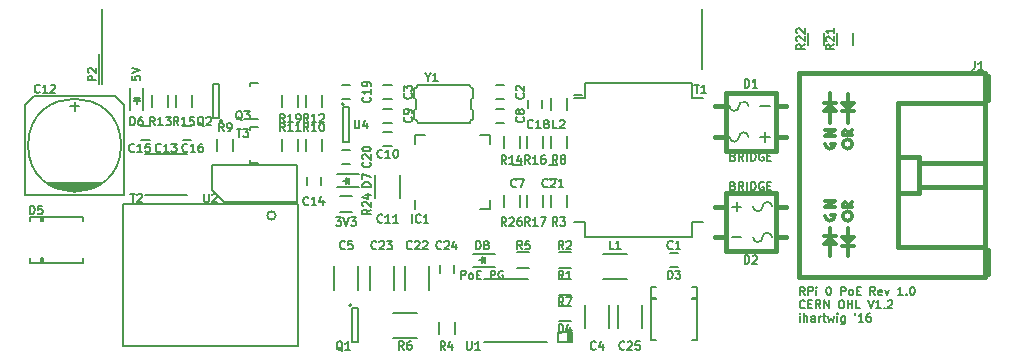
<source format=gto>
G04 #@! TF.FileFunction,Legend,Top*
%FSLAX46Y46*%
G04 Gerber Fmt 4.6, Leading zero omitted, Abs format (unit mm)*
G04 Created by KiCad (PCBNEW 4.0.2-stable) date Sunday, October 09, 2016 'PMt' 11:06:17 PM*
%MOMM*%
G01*
G04 APERTURE LIST*
%ADD10C,0.100000*%
%ADD11C,0.150000*%
%ADD12C,0.304800*%
%ADD13C,0.381000*%
%ADD14C,0.127000*%
G04 APERTURE END LIST*
D10*
D11*
X26883333Y-18616667D02*
X27316666Y-18616667D01*
X27083333Y-18883333D01*
X27183333Y-18883333D01*
X27250000Y-18916667D01*
X27283333Y-18950000D01*
X27316666Y-19016667D01*
X27316666Y-19183333D01*
X27283333Y-19250000D01*
X27250000Y-19283333D01*
X27183333Y-19316667D01*
X26983333Y-19316667D01*
X26916666Y-19283333D01*
X26883333Y-19250000D01*
X27516667Y-18616667D02*
X27750000Y-19316667D01*
X27983333Y-18616667D01*
X28150000Y-18616667D02*
X28583333Y-18616667D01*
X28350000Y-18883333D01*
X28450000Y-18883333D01*
X28516667Y-18916667D01*
X28550000Y-18950000D01*
X28583333Y-19016667D01*
X28583333Y-19183333D01*
X28550000Y-19250000D01*
X28516667Y-19283333D01*
X28450000Y-19316667D01*
X28250000Y-19316667D01*
X28183333Y-19283333D01*
X28150000Y-19250000D01*
X37466668Y-23816667D02*
X37466668Y-23116667D01*
X37733334Y-23116667D01*
X37800001Y-23150000D01*
X37833334Y-23183333D01*
X37866668Y-23250000D01*
X37866668Y-23350000D01*
X37833334Y-23416667D01*
X37800001Y-23450000D01*
X37733334Y-23483333D01*
X37466668Y-23483333D01*
X38266668Y-23816667D02*
X38200001Y-23783333D01*
X38166668Y-23750000D01*
X38133334Y-23683333D01*
X38133334Y-23483333D01*
X38166668Y-23416667D01*
X38200001Y-23383333D01*
X38266668Y-23350000D01*
X38366668Y-23350000D01*
X38433334Y-23383333D01*
X38466668Y-23416667D01*
X38500001Y-23483333D01*
X38500001Y-23683333D01*
X38466668Y-23750000D01*
X38433334Y-23783333D01*
X38366668Y-23816667D01*
X38266668Y-23816667D01*
X38800001Y-23450000D02*
X39033334Y-23450000D01*
X39133334Y-23816667D02*
X38800001Y-23816667D01*
X38800001Y-23116667D01*
X39133334Y-23116667D01*
X39966667Y-23816667D02*
X39966667Y-23116667D01*
X40233333Y-23116667D01*
X40300000Y-23150000D01*
X40333333Y-23183333D01*
X40366667Y-23250000D01*
X40366667Y-23350000D01*
X40333333Y-23416667D01*
X40300000Y-23450000D01*
X40233333Y-23483333D01*
X39966667Y-23483333D01*
X41033333Y-23150000D02*
X40966667Y-23116667D01*
X40866667Y-23116667D01*
X40766667Y-23150000D01*
X40700000Y-23216667D01*
X40666667Y-23283333D01*
X40633333Y-23416667D01*
X40633333Y-23516667D01*
X40666667Y-23650000D01*
X40700000Y-23716667D01*
X40766667Y-23783333D01*
X40866667Y-23816667D01*
X40933333Y-23816667D01*
X41033333Y-23783333D01*
X41066667Y-23750000D01*
X41066667Y-23516667D01*
X40933333Y-23516667D01*
X9616667Y-6633333D02*
X9616667Y-6966666D01*
X9950000Y-7000000D01*
X9916667Y-6966666D01*
X9883333Y-6900000D01*
X9883333Y-6733333D01*
X9916667Y-6666666D01*
X9950000Y-6633333D01*
X10016667Y-6600000D01*
X10183333Y-6600000D01*
X10250000Y-6633333D01*
X10283333Y-6666666D01*
X10316667Y-6733333D01*
X10316667Y-6900000D01*
X10283333Y-6966666D01*
X10250000Y-7000000D01*
X9616667Y-6399999D02*
X10316667Y-6166666D01*
X9616667Y-5933333D01*
X66566667Y-25186667D02*
X66333333Y-24853333D01*
X66166667Y-25186667D02*
X66166667Y-24486667D01*
X66433333Y-24486667D01*
X66500000Y-24520000D01*
X66533333Y-24553333D01*
X66566667Y-24620000D01*
X66566667Y-24720000D01*
X66533333Y-24786667D01*
X66500000Y-24820000D01*
X66433333Y-24853333D01*
X66166667Y-24853333D01*
X66866667Y-25186667D02*
X66866667Y-24486667D01*
X67133333Y-24486667D01*
X67200000Y-24520000D01*
X67233333Y-24553333D01*
X67266667Y-24620000D01*
X67266667Y-24720000D01*
X67233333Y-24786667D01*
X67200000Y-24820000D01*
X67133333Y-24853333D01*
X66866667Y-24853333D01*
X67566667Y-25186667D02*
X67566667Y-24720000D01*
X67566667Y-24486667D02*
X67533333Y-24520000D01*
X67566667Y-24553333D01*
X67600000Y-24520000D01*
X67566667Y-24486667D01*
X67566667Y-24553333D01*
X68566666Y-24486667D02*
X68633333Y-24486667D01*
X68699999Y-24520000D01*
X68733333Y-24553333D01*
X68766666Y-24620000D01*
X68799999Y-24753333D01*
X68799999Y-24920000D01*
X68766666Y-25053333D01*
X68733333Y-25120000D01*
X68699999Y-25153333D01*
X68633333Y-25186667D01*
X68566666Y-25186667D01*
X68499999Y-25153333D01*
X68466666Y-25120000D01*
X68433333Y-25053333D01*
X68399999Y-24920000D01*
X68399999Y-24753333D01*
X68433333Y-24620000D01*
X68466666Y-24553333D01*
X68499999Y-24520000D01*
X68566666Y-24486667D01*
X69633333Y-25186667D02*
X69633333Y-24486667D01*
X69899999Y-24486667D01*
X69966666Y-24520000D01*
X69999999Y-24553333D01*
X70033333Y-24620000D01*
X70033333Y-24720000D01*
X69999999Y-24786667D01*
X69966666Y-24820000D01*
X69899999Y-24853333D01*
X69633333Y-24853333D01*
X70433333Y-25186667D02*
X70366666Y-25153333D01*
X70333333Y-25120000D01*
X70299999Y-25053333D01*
X70299999Y-24853333D01*
X70333333Y-24786667D01*
X70366666Y-24753333D01*
X70433333Y-24720000D01*
X70533333Y-24720000D01*
X70599999Y-24753333D01*
X70633333Y-24786667D01*
X70666666Y-24853333D01*
X70666666Y-25053333D01*
X70633333Y-25120000D01*
X70599999Y-25153333D01*
X70533333Y-25186667D01*
X70433333Y-25186667D01*
X70966666Y-24820000D02*
X71199999Y-24820000D01*
X71299999Y-25186667D02*
X70966666Y-25186667D01*
X70966666Y-24486667D01*
X71299999Y-24486667D01*
X72533332Y-25186667D02*
X72299998Y-24853333D01*
X72133332Y-25186667D02*
X72133332Y-24486667D01*
X72399998Y-24486667D01*
X72466665Y-24520000D01*
X72499998Y-24553333D01*
X72533332Y-24620000D01*
X72533332Y-24720000D01*
X72499998Y-24786667D01*
X72466665Y-24820000D01*
X72399998Y-24853333D01*
X72133332Y-24853333D01*
X73099998Y-25153333D02*
X73033332Y-25186667D01*
X72899998Y-25186667D01*
X72833332Y-25153333D01*
X72799998Y-25086667D01*
X72799998Y-24820000D01*
X72833332Y-24753333D01*
X72899998Y-24720000D01*
X73033332Y-24720000D01*
X73099998Y-24753333D01*
X73133332Y-24820000D01*
X73133332Y-24886667D01*
X72799998Y-24953333D01*
X73366665Y-24720000D02*
X73533332Y-25186667D01*
X73699998Y-24720000D01*
X74866664Y-25186667D02*
X74466664Y-25186667D01*
X74666664Y-25186667D02*
X74666664Y-24486667D01*
X74599998Y-24586667D01*
X74533331Y-24653333D01*
X74466664Y-24686667D01*
X75166665Y-25120000D02*
X75199998Y-25153333D01*
X75166665Y-25186667D01*
X75133331Y-25153333D01*
X75166665Y-25120000D01*
X75166665Y-25186667D01*
X75633331Y-24486667D02*
X75699998Y-24486667D01*
X75766664Y-24520000D01*
X75799998Y-24553333D01*
X75833331Y-24620000D01*
X75866664Y-24753333D01*
X75866664Y-24920000D01*
X75833331Y-25053333D01*
X75799998Y-25120000D01*
X75766664Y-25153333D01*
X75699998Y-25186667D01*
X75633331Y-25186667D01*
X75566664Y-25153333D01*
X75533331Y-25120000D01*
X75499998Y-25053333D01*
X75466664Y-24920000D01*
X75466664Y-24753333D01*
X75499998Y-24620000D01*
X75533331Y-24553333D01*
X75566664Y-24520000D01*
X75633331Y-24486667D01*
X66566667Y-26250000D02*
X66533333Y-26283333D01*
X66433333Y-26316667D01*
X66366667Y-26316667D01*
X66266667Y-26283333D01*
X66200000Y-26216667D01*
X66166667Y-26150000D01*
X66133333Y-26016667D01*
X66133333Y-25916667D01*
X66166667Y-25783333D01*
X66200000Y-25716667D01*
X66266667Y-25650000D01*
X66366667Y-25616667D01*
X66433333Y-25616667D01*
X66533333Y-25650000D01*
X66566667Y-25683333D01*
X66866667Y-25950000D02*
X67100000Y-25950000D01*
X67200000Y-26316667D02*
X66866667Y-26316667D01*
X66866667Y-25616667D01*
X67200000Y-25616667D01*
X67900000Y-26316667D02*
X67666666Y-25983333D01*
X67500000Y-26316667D02*
X67500000Y-25616667D01*
X67766666Y-25616667D01*
X67833333Y-25650000D01*
X67866666Y-25683333D01*
X67900000Y-25750000D01*
X67900000Y-25850000D01*
X67866666Y-25916667D01*
X67833333Y-25950000D01*
X67766666Y-25983333D01*
X67500000Y-25983333D01*
X68200000Y-26316667D02*
X68200000Y-25616667D01*
X68600000Y-26316667D01*
X68600000Y-25616667D01*
X69599999Y-25616667D02*
X69733332Y-25616667D01*
X69799999Y-25650000D01*
X69866666Y-25716667D01*
X69899999Y-25850000D01*
X69899999Y-26083333D01*
X69866666Y-26216667D01*
X69799999Y-26283333D01*
X69733332Y-26316667D01*
X69599999Y-26316667D01*
X69533332Y-26283333D01*
X69466666Y-26216667D01*
X69433332Y-26083333D01*
X69433332Y-25850000D01*
X69466666Y-25716667D01*
X69533332Y-25650000D01*
X69599999Y-25616667D01*
X70199999Y-26316667D02*
X70199999Y-25616667D01*
X70199999Y-25950000D02*
X70599999Y-25950000D01*
X70599999Y-26316667D02*
X70599999Y-25616667D01*
X71266665Y-26316667D02*
X70933332Y-26316667D01*
X70933332Y-25616667D01*
X71933332Y-25616667D02*
X72166665Y-26316667D01*
X72399998Y-25616667D01*
X72999998Y-26316667D02*
X72599998Y-26316667D01*
X72799998Y-26316667D02*
X72799998Y-25616667D01*
X72733332Y-25716667D01*
X72666665Y-25783333D01*
X72599998Y-25816667D01*
X73299999Y-26250000D02*
X73333332Y-26283333D01*
X73299999Y-26316667D01*
X73266665Y-26283333D01*
X73299999Y-26250000D01*
X73299999Y-26316667D01*
X73599998Y-25683333D02*
X73633332Y-25650000D01*
X73699998Y-25616667D01*
X73866665Y-25616667D01*
X73933332Y-25650000D01*
X73966665Y-25683333D01*
X73999998Y-25750000D01*
X73999998Y-25816667D01*
X73966665Y-25916667D01*
X73566665Y-26316667D01*
X73999998Y-26316667D01*
X66166667Y-27446667D02*
X66166667Y-26980000D01*
X66166667Y-26746667D02*
X66133333Y-26780000D01*
X66166667Y-26813333D01*
X66200000Y-26780000D01*
X66166667Y-26746667D01*
X66166667Y-26813333D01*
X66500000Y-27446667D02*
X66500000Y-26746667D01*
X66800000Y-27446667D02*
X66800000Y-27080000D01*
X66766666Y-27013333D01*
X66700000Y-26980000D01*
X66600000Y-26980000D01*
X66533333Y-27013333D01*
X66500000Y-27046667D01*
X67433333Y-27446667D02*
X67433333Y-27080000D01*
X67399999Y-27013333D01*
X67333333Y-26980000D01*
X67199999Y-26980000D01*
X67133333Y-27013333D01*
X67433333Y-27413333D02*
X67366666Y-27446667D01*
X67199999Y-27446667D01*
X67133333Y-27413333D01*
X67099999Y-27346667D01*
X67099999Y-27280000D01*
X67133333Y-27213333D01*
X67199999Y-27180000D01*
X67366666Y-27180000D01*
X67433333Y-27146667D01*
X67766666Y-27446667D02*
X67766666Y-26980000D01*
X67766666Y-27113333D02*
X67799999Y-27046667D01*
X67833332Y-27013333D01*
X67899999Y-26980000D01*
X67966666Y-26980000D01*
X68099999Y-26980000D02*
X68366665Y-26980000D01*
X68199999Y-26746667D02*
X68199999Y-27346667D01*
X68233332Y-27413333D01*
X68299999Y-27446667D01*
X68366665Y-27446667D01*
X68533332Y-26980000D02*
X68666665Y-27446667D01*
X68799999Y-27113333D01*
X68933332Y-27446667D01*
X69066665Y-26980000D01*
X69333332Y-27446667D02*
X69333332Y-26980000D01*
X69333332Y-26746667D02*
X69299998Y-26780000D01*
X69333332Y-26813333D01*
X69366665Y-26780000D01*
X69333332Y-26746667D01*
X69333332Y-26813333D01*
X69966665Y-26980000D02*
X69966665Y-27546667D01*
X69933331Y-27613333D01*
X69899998Y-27646667D01*
X69833331Y-27680000D01*
X69733331Y-27680000D01*
X69666665Y-27646667D01*
X69966665Y-27413333D02*
X69899998Y-27446667D01*
X69766665Y-27446667D01*
X69699998Y-27413333D01*
X69666665Y-27380000D01*
X69633331Y-27313333D01*
X69633331Y-27113333D01*
X69666665Y-27046667D01*
X69699998Y-27013333D01*
X69766665Y-26980000D01*
X69899998Y-26980000D01*
X69966665Y-27013333D01*
X70866664Y-26746667D02*
X70799997Y-26880000D01*
X71533330Y-27446667D02*
X71133330Y-27446667D01*
X71333330Y-27446667D02*
X71333330Y-26746667D01*
X71266664Y-26846667D01*
X71199997Y-26913333D01*
X71133330Y-26946667D01*
X72133331Y-26746667D02*
X71999997Y-26746667D01*
X71933331Y-26780000D01*
X71899997Y-26813333D01*
X71833331Y-26913333D01*
X71799997Y-27046667D01*
X71799997Y-27313333D01*
X71833331Y-27380000D01*
X71866664Y-27413333D01*
X71933331Y-27446667D01*
X72066664Y-27446667D01*
X72133331Y-27413333D01*
X72166664Y-27380000D01*
X72199997Y-27313333D01*
X72199997Y-27146667D01*
X72166664Y-27080000D01*
X72133331Y-27046667D01*
X72066664Y-27013333D01*
X71933331Y-27013333D01*
X71866664Y-27046667D01*
X71833331Y-27080000D01*
X71799997Y-27146667D01*
D12*
X68300240Y-11700540D02*
X69100340Y-11200160D01*
X69100340Y-11200160D02*
X68300240Y-11200160D01*
X69100340Y-11700540D02*
X68300240Y-11700540D01*
X69798840Y-11400820D02*
X69798840Y-11598940D01*
X70200160Y-11400820D02*
G75*
G03X69999500Y-11200160I-200660J0D01*
G01*
X69999500Y-11200160D02*
G75*
G03X69798840Y-11400820I0J-200660D01*
G01*
X70598940Y-11200160D02*
X70200160Y-11598940D01*
X70598940Y-11598940D02*
X69798840Y-11598940D01*
X69100340Y-12399040D02*
X68800620Y-12399040D01*
X70200160Y-11997720D02*
G75*
G03X69798840Y-12399040I0J-401320D01*
G01*
X70598940Y-12399040D02*
G75*
G03X70200160Y-12000260I-398780J0D01*
G01*
X70200160Y-12797820D02*
G75*
G03X70598940Y-12399040I0J398780D01*
G01*
X69798840Y-12399040D02*
G75*
G03X70200160Y-12800360I401320J0D01*
G01*
X70200160Y-18098800D02*
G75*
G03X69798840Y-18500120I0J-401320D01*
G01*
X68699020Y-12800360D02*
G75*
G03X69100340Y-12399040I0J401320D01*
G01*
X68297700Y-12399040D02*
G75*
G03X68699020Y-12800360I401320J0D01*
G01*
X69699780Y-20300980D02*
X70200160Y-20798820D01*
X70200160Y-20798820D02*
X70700540Y-20300980D01*
X70700540Y-20300980D02*
X69699780Y-20300980D01*
X69699780Y-20999480D02*
X70700540Y-20999480D01*
X68201180Y-20199380D02*
X69199400Y-20199380D01*
X68201180Y-20900420D02*
X69199400Y-20900420D01*
X69199400Y-20900420D02*
X68699020Y-20400040D01*
X68699020Y-20400040D02*
X68201180Y-20900420D01*
X70200160Y-21901180D02*
X70200160Y-19500880D01*
X68699020Y-21901180D02*
X68699020Y-19500880D01*
X70200160Y-17700020D02*
X70598940Y-17298700D01*
X69798840Y-17499360D02*
X69798840Y-17700020D01*
X70200160Y-17499360D02*
G75*
G03X69999500Y-17298700I-200660J0D01*
G01*
X69999500Y-17298700D02*
G75*
G03X69798840Y-17499360I0J-200660D01*
G01*
X70598940Y-17700020D02*
X69798840Y-17700020D01*
X70598940Y-18497580D02*
G75*
G03X70200160Y-18098800I-398780J0D01*
G01*
X70200160Y-18896360D02*
G75*
G03X70598940Y-18497580I0J398780D01*
G01*
X69798840Y-18497580D02*
G75*
G03X70200160Y-18898900I401320J0D01*
G01*
X69100340Y-17697480D02*
X68300240Y-17697480D01*
X68300240Y-17697480D02*
X69100340Y-17197100D01*
X69100340Y-17197100D02*
X68300240Y-17197100D01*
X68800620Y-18398520D02*
X69100340Y-18398520D01*
X68696480Y-18893820D02*
G75*
G03X69097800Y-18492500I0J401320D01*
G01*
X68295160Y-18492500D02*
G75*
G03X68696480Y-18893820I401320J0D01*
G01*
X70200160Y-9396760D02*
X69699780Y-8896380D01*
X69699780Y-8896380D02*
X70700540Y-8896380D01*
X70700540Y-8896380D02*
X70200160Y-9396760D01*
X69699780Y-9597420D02*
X70700540Y-9597420D01*
X68701560Y-9094500D02*
X69201940Y-9594880D01*
X69201940Y-9594880D02*
X68201180Y-9594880D01*
X68201180Y-9594880D02*
X68701560Y-9094500D01*
X68201180Y-8893840D02*
X69201940Y-8893840D01*
X68701560Y-10595640D02*
X68701560Y-8096280D01*
X70200160Y-10598180D02*
X70200160Y-8197880D01*
D13*
X81874000Y-8650000D02*
X82128000Y-8650000D01*
X82128000Y-8650000D02*
X82128000Y-6618000D01*
X82128000Y-6618000D02*
X81874000Y-6618000D01*
X81874000Y-23382000D02*
X82128000Y-23382000D01*
X82128000Y-23382000D02*
X82128000Y-21350000D01*
X82128000Y-21350000D02*
X81874000Y-21350000D01*
X76286000Y-13476000D02*
X76286000Y-16524000D01*
X76286000Y-13984000D02*
X81874000Y-13984000D01*
X74508000Y-13476000D02*
X76286000Y-13476000D01*
X76286000Y-16524000D02*
X74508000Y-16524000D01*
X81874000Y-16016000D02*
X76286000Y-16016000D01*
X81874000Y-21096000D02*
X74508000Y-21096000D01*
X74508000Y-21096000D02*
X74508000Y-8904000D01*
X74508000Y-8904000D02*
X81874000Y-8904000D01*
X81874000Y-23636000D02*
X66126000Y-23636000D01*
X66126000Y-23636000D02*
X66126000Y-6364000D01*
X66126000Y-6364000D02*
X81874000Y-6364000D01*
X81874000Y-6364000D02*
X81874000Y-23636000D01*
D11*
X33800000Y-10600000D02*
G75*
G03X33500000Y-10300000I-300000J0D01*
G01*
X38500000Y-10300000D02*
G75*
G03X38200000Y-10600000I0J-300000D01*
G01*
X38200000Y-10600000D02*
X33800000Y-10600000D01*
X38500000Y-9500000D02*
X38500000Y-10300000D01*
X33500000Y-9500000D02*
X33500000Y-10300000D01*
X33700000Y-8600000D02*
X33700000Y-9400000D01*
X33700000Y-8600000D02*
X33500000Y-8500000D01*
X33700000Y-9400000D02*
X33500000Y-9500000D01*
X33500000Y-7700000D02*
X33500000Y-8500000D01*
X33500000Y-7700000D02*
G75*
G03X33800000Y-7400000I0J300000D01*
G01*
X38200000Y-7400000D02*
X33800000Y-7400000D01*
X38500000Y-7700000D02*
X38500000Y-8500000D01*
X38200000Y-7400000D02*
G75*
G03X38500000Y-7700000I300000J0D01*
G01*
X38500000Y-8500000D02*
X38300000Y-8600000D01*
X38500000Y-9500000D02*
X38300000Y-9400000D01*
X38300000Y-8600000D02*
X38300000Y-9400000D01*
X16400000Y-16285000D02*
X17400000Y-17285000D01*
X17400000Y-17285000D02*
X23600000Y-17285000D01*
X23600000Y-17285000D02*
X23600000Y-14215000D01*
X23600000Y-14215000D02*
X16400000Y-14215000D01*
X16400000Y-14215000D02*
X16400000Y-16285000D01*
X55850000Y-22850000D02*
X55150000Y-22850000D01*
X55150000Y-21650000D02*
X55850000Y-21650000D01*
X41100000Y-8600000D02*
X40400000Y-8600000D01*
X40400000Y-7400000D02*
X41100000Y-7400000D01*
X30900000Y-7400000D02*
X31600000Y-7400000D01*
X31600000Y-8600000D02*
X30900000Y-8600000D01*
X26725000Y-22750000D02*
X26725000Y-24750000D01*
X28775000Y-24750000D02*
X28775000Y-22750000D01*
X41900000Y-14150000D02*
X42600000Y-14150000D01*
X42600000Y-15350000D02*
X41900000Y-15350000D01*
X40400000Y-9400000D02*
X41100000Y-9400000D01*
X41100000Y-10600000D02*
X40400000Y-10600000D01*
X31600000Y-10600000D02*
X30900000Y-10600000D01*
X30900000Y-9400000D02*
X31600000Y-9400000D01*
X31600000Y-12600000D02*
X30900000Y-12600000D01*
X30900000Y-11400000D02*
X31600000Y-11400000D01*
X24400000Y-15850000D02*
X24400000Y-15150000D01*
X25600000Y-15150000D02*
X25600000Y-15850000D01*
X11100000Y-12100000D02*
X10400000Y-12100000D01*
X10400000Y-10900000D02*
X11100000Y-10900000D01*
X13900000Y-10900000D02*
X14600000Y-10900000D01*
X14600000Y-12100000D02*
X13900000Y-12100000D01*
X44350000Y-8650000D02*
X44350000Y-9350000D01*
X43150000Y-9350000D02*
X43150000Y-8650000D01*
X27400000Y-7400000D02*
X28100000Y-7400000D01*
X28100000Y-8600000D02*
X27400000Y-8600000D01*
X27400000Y-12900000D02*
X28100000Y-12900000D01*
X28100000Y-14100000D02*
X27400000Y-14100000D01*
X44900000Y-14150000D02*
X45600000Y-14150000D01*
X45600000Y-15350000D02*
X44900000Y-15350000D01*
D13*
X64100580Y-9199520D02*
X64999740Y-9199520D01*
X64100580Y-11800480D02*
X64999740Y-11800480D01*
X59899420Y-11800480D02*
X59000260Y-11800480D01*
X59899420Y-9199520D02*
X59000260Y-9199520D01*
D14*
X63600200Y-9199520D02*
X62800100Y-9199520D01*
X63600200Y-11797940D02*
X62800100Y-11797940D01*
X63198880Y-11399160D02*
X63198880Y-12199260D01*
X60600460Y-12199260D02*
G75*
G03X60999240Y-11800480I0J398780D01*
G01*
X60201680Y-11800480D02*
G75*
G03X60600460Y-12199260I398780J0D01*
G01*
X61400560Y-11399160D02*
G75*
G03X60999240Y-11800480I0J-401320D01*
G01*
X61801880Y-11800480D02*
G75*
G03X61400560Y-11399160I-401320J0D01*
G01*
X61801880Y-9199520D02*
G75*
G03X61400560Y-8798200I-401320J0D01*
G01*
X61400560Y-8798200D02*
G75*
G03X60999240Y-9199520I0J-401320D01*
G01*
X60201680Y-9199520D02*
G75*
G03X60600460Y-9598300I398780J0D01*
G01*
X60600460Y-9598300D02*
G75*
G03X60999240Y-9199520I0J398780D01*
G01*
D13*
X59899420Y-8048900D02*
X59899420Y-12951100D01*
X59899420Y-12951100D02*
X64100580Y-12951100D01*
X64100580Y-12951100D02*
X64100580Y-8048900D01*
X64100580Y-8048900D02*
X59899420Y-8048900D01*
X59899420Y-20300480D02*
X59000260Y-20300480D01*
X59899420Y-17699520D02*
X59000260Y-17699520D01*
X64100580Y-17699520D02*
X64999740Y-17699520D01*
X64100580Y-20300480D02*
X64999740Y-20300480D01*
D14*
X60399800Y-20300480D02*
X61199900Y-20300480D01*
X60399800Y-17702060D02*
X61199900Y-17702060D01*
X60801120Y-18100840D02*
X60801120Y-17300740D01*
X63399540Y-17300740D02*
G75*
G03X63000760Y-17699520I0J-398780D01*
G01*
X63798320Y-17699520D02*
G75*
G03X63399540Y-17300740I-398780J0D01*
G01*
X62599440Y-18100840D02*
G75*
G03X63000760Y-17699520I0J401320D01*
G01*
X62198120Y-17699520D02*
G75*
G03X62599440Y-18100840I401320J0D01*
G01*
X62198120Y-20300480D02*
G75*
G03X62599440Y-20701800I401320J0D01*
G01*
X62599440Y-20701800D02*
G75*
G03X63000760Y-20300480I0J401320D01*
G01*
X63798320Y-20300480D02*
G75*
G03X63399540Y-19901700I-398780J0D01*
G01*
X63399540Y-19901700D02*
G75*
G03X63000760Y-20300480I0J-398780D01*
G01*
D13*
X64100580Y-21451100D02*
X64100580Y-16548900D01*
X64100580Y-16548900D02*
X59899420Y-16548900D01*
X59899420Y-16548900D02*
X59899420Y-21451100D01*
X59899420Y-21451100D02*
X64100580Y-21451100D01*
D14*
X46750380Y-29148780D02*
X46750380Y-28351220D01*
X46648780Y-28351220D02*
X46648780Y-29148780D01*
X46549720Y-28351220D02*
X46549720Y-29148780D01*
X46849440Y-28351220D02*
X45650560Y-28351220D01*
X45650560Y-28351220D02*
X45650560Y-29148780D01*
X45650560Y-29148780D02*
X46849440Y-29148780D01*
X46849440Y-29148780D02*
X46849440Y-28351220D01*
D11*
X9450000Y-7650000D02*
X9450000Y-9550000D01*
X10550000Y-7650000D02*
X10550000Y-9550000D01*
X10000000Y-8550000D02*
X10000000Y-9000000D01*
X10250000Y-8500000D02*
X9750000Y-8500000D01*
X10000000Y-8500000D02*
X10250000Y-8750000D01*
X10250000Y-8750000D02*
X9750000Y-8750000D01*
X9750000Y-8750000D02*
X10000000Y-8500000D01*
X28850000Y-14950000D02*
X26950000Y-14950000D01*
X28850000Y-16050000D02*
X26950000Y-16050000D01*
X27950000Y-15500000D02*
X27500000Y-15500000D01*
X28000000Y-15750000D02*
X28000000Y-15250000D01*
X28000000Y-15500000D02*
X27750000Y-15750000D01*
X27750000Y-15750000D02*
X27750000Y-15250000D01*
X27750000Y-15250000D02*
X28000000Y-15500000D01*
X33600000Y-11600000D02*
X34390000Y-11600000D01*
X39900000Y-17900000D02*
X39110000Y-17900000D01*
X39900000Y-11600000D02*
X39110000Y-11600000D01*
X33600000Y-17900000D02*
X33600000Y-17110000D01*
X39900000Y-17900000D02*
X39900000Y-17110000D01*
X39900000Y-11600000D02*
X39900000Y-12390000D01*
X33600000Y-11600000D02*
X33600000Y-12390000D01*
X49500000Y-21675000D02*
X51500000Y-21675000D01*
X51500000Y-23825000D02*
X49500000Y-23825000D01*
X46425000Y-8500000D02*
X46425000Y-9500000D01*
X45075000Y-9500000D02*
X45075000Y-8500000D01*
X28200000Y-26050000D02*
G75*
G03X28200000Y-26050000I-100000J0D01*
G01*
X28750000Y-26300000D02*
X28250000Y-26300000D01*
X28750000Y-29200000D02*
X28750000Y-26300000D01*
X28250000Y-29200000D02*
X28750000Y-29200000D01*
X28250000Y-26300000D02*
X28250000Y-29200000D01*
X17250000Y-10450000D02*
G75*
G03X17250000Y-10450000I-100000J0D01*
G01*
X16500000Y-10200000D02*
X17000000Y-10200000D01*
X16500000Y-7300000D02*
X16500000Y-10200000D01*
X17000000Y-7300000D02*
X16500000Y-7300000D01*
X17000000Y-10200000D02*
X17000000Y-7300000D01*
X19599760Y-7450840D02*
X19599760Y-7499100D01*
X20300800Y-10249820D02*
X19599760Y-10249820D01*
X19599760Y-10249820D02*
X19599760Y-10000900D01*
X19599760Y-7450840D02*
X19599760Y-7250180D01*
X19599760Y-7250180D02*
X20300800Y-7250180D01*
X46750000Y-25175000D02*
X45750000Y-25175000D01*
X45750000Y-23825000D02*
X46750000Y-23825000D01*
X46750000Y-22925000D02*
X45750000Y-22925000D01*
X45750000Y-21575000D02*
X46750000Y-21575000D01*
X46425000Y-16750000D02*
X46425000Y-17750000D01*
X45075000Y-17750000D02*
X45075000Y-16750000D01*
X36925000Y-27500000D02*
X36925000Y-28500000D01*
X35575000Y-28500000D02*
X35575000Y-27500000D01*
X33750000Y-28825000D02*
X31750000Y-28825000D01*
X31750000Y-26675000D02*
X33750000Y-26675000D01*
X46750000Y-27425000D02*
X45750000Y-27425000D01*
X45750000Y-26075000D02*
X46750000Y-26075000D01*
X45075000Y-12750000D02*
X45075000Y-11750000D01*
X46425000Y-11750000D02*
X46425000Y-12750000D01*
X16825000Y-13000000D02*
X16825000Y-12000000D01*
X18175000Y-12000000D02*
X18175000Y-13000000D01*
X24325000Y-13000000D02*
X24325000Y-12000000D01*
X25675000Y-12000000D02*
X25675000Y-13000000D01*
X22325000Y-13000000D02*
X22325000Y-12000000D01*
X23675000Y-12000000D02*
X23675000Y-13000000D01*
X25675000Y-8250000D02*
X25675000Y-9250000D01*
X24325000Y-9250000D02*
X24325000Y-8250000D01*
X11325000Y-9250000D02*
X11325000Y-8250000D01*
X12675000Y-8250000D02*
X12675000Y-9250000D01*
X41075000Y-12750000D02*
X41075000Y-11750000D01*
X42425000Y-11750000D02*
X42425000Y-12750000D01*
X13325000Y-9250000D02*
X13325000Y-8250000D01*
X14675000Y-8250000D02*
X14675000Y-9250000D01*
X43075000Y-12750000D02*
X43075000Y-11750000D01*
X44425000Y-11750000D02*
X44425000Y-12750000D01*
X43075000Y-17750000D02*
X43075000Y-16750000D01*
X44425000Y-16750000D02*
X44425000Y-17750000D01*
X23675000Y-8250000D02*
X23675000Y-9250000D01*
X22325000Y-9250000D02*
X22325000Y-8250000D01*
X70675000Y-3000000D02*
X70675000Y-4000000D01*
X69325000Y-4000000D02*
X69325000Y-3000000D01*
X68175000Y-3000000D02*
X68175000Y-4000000D01*
X66825000Y-4000000D02*
X66825000Y-3000000D01*
X27250000Y-16825000D02*
X28250000Y-16825000D01*
X28250000Y-18175000D02*
X27250000Y-18175000D01*
X41075000Y-17750000D02*
X41075000Y-16750000D01*
X42425000Y-16750000D02*
X42425000Y-17750000D01*
X19599760Y-11200840D02*
X19599760Y-11249100D01*
X20300800Y-13999820D02*
X19599760Y-13999820D01*
X19599760Y-13999820D02*
X19599760Y-13750900D01*
X19599760Y-11200840D02*
X19599760Y-11000180D01*
X19599760Y-11000180D02*
X20300800Y-11000180D01*
X43104300Y-23847500D02*
X39395700Y-23847500D01*
X44779300Y-29152500D02*
X39395700Y-29152500D01*
X27550000Y-9050000D02*
G75*
G03X27550000Y-9050000I-100000J0D01*
G01*
X28000000Y-9300000D02*
X27500000Y-9300000D01*
X28000000Y-12200000D02*
X28000000Y-9300000D01*
X27500000Y-12200000D02*
X28000000Y-12200000D01*
X27500000Y-9300000D02*
X27500000Y-12200000D01*
X57450000Y-24500000D02*
X57050000Y-24500000D01*
X53550000Y-24500000D02*
X53950000Y-24500000D01*
X53550000Y-29000000D02*
X53950000Y-29000000D01*
X57450000Y-29000000D02*
X57050000Y-29000000D01*
X53550000Y-25400000D02*
X53950000Y-25400000D01*
X53950000Y-25400000D02*
X53950000Y-25550000D01*
X53950000Y-25550000D02*
X53550000Y-25550000D01*
X57450000Y-25400000D02*
X57050000Y-25400000D01*
X57050000Y-25400000D02*
X57050000Y-25550000D01*
X57050000Y-25550000D02*
X57450000Y-25550000D01*
X57450000Y-24500000D02*
X57450000Y-29000000D01*
X53550000Y-29000000D02*
X53550000Y-24500000D01*
X1000000Y-18550000D02*
X1000000Y-18950000D01*
X1000000Y-22450000D02*
X1000000Y-22050000D01*
X5500000Y-22450000D02*
X5500000Y-22050000D01*
X5500000Y-18550000D02*
X5500000Y-18950000D01*
X1900000Y-22450000D02*
X1900000Y-22050000D01*
X1900000Y-22050000D02*
X2050000Y-22050000D01*
X2050000Y-22050000D02*
X2050000Y-22450000D01*
X1900000Y-18550000D02*
X1900000Y-18950000D01*
X1900000Y-18950000D02*
X2050000Y-18950000D01*
X2050000Y-18950000D02*
X2050000Y-18550000D01*
X1000000Y-18550000D02*
X5500000Y-18550000D01*
X5500000Y-22450000D02*
X1000000Y-22450000D01*
X50025000Y-28000000D02*
X50025000Y-26000000D01*
X47975000Y-26000000D02*
X47975000Y-28000000D01*
X30225000Y-15000000D02*
X30225000Y-17000000D01*
X32275000Y-17000000D02*
X32275000Y-15000000D01*
X29725000Y-22750000D02*
X29725000Y-24750000D01*
X31775000Y-24750000D02*
X31775000Y-22750000D01*
X32725000Y-22750000D02*
X32725000Y-24750000D01*
X34775000Y-24750000D02*
X34775000Y-22750000D01*
X35650000Y-23350000D02*
X35650000Y-22650000D01*
X36850000Y-22650000D02*
X36850000Y-23350000D01*
X52775000Y-28000000D02*
X52775000Y-26000000D01*
X50725000Y-26000000D02*
X50725000Y-28000000D01*
X40350000Y-21700000D02*
X38450000Y-21700000D01*
X40350000Y-22800000D02*
X38450000Y-22800000D01*
X39450000Y-22250000D02*
X39000000Y-22250000D01*
X39500000Y-22500000D02*
X39500000Y-22000000D01*
X39500000Y-22250000D02*
X39250000Y-22500000D01*
X39250000Y-22500000D02*
X39250000Y-22000000D01*
X39250000Y-22000000D02*
X39500000Y-22250000D01*
X43250000Y-22925000D02*
X42250000Y-22925000D01*
X42250000Y-21575000D02*
X43250000Y-21575000D01*
X47000000Y-8250000D02*
X47750000Y-8250000D01*
X48000000Y-8500000D02*
X47000000Y-8500000D01*
X48000000Y-7250000D02*
X48000000Y-8500000D01*
X57000000Y-7250000D02*
X48000000Y-7250000D01*
X57000000Y-8500000D02*
X57000000Y-7250000D01*
X58000000Y-8500000D02*
X57000000Y-8500000D01*
X57000000Y-19000000D02*
X58000000Y-19000000D01*
X57000000Y-20250000D02*
X57000000Y-19000000D01*
X48000000Y-20250000D02*
X57000000Y-20250000D01*
X48000000Y-19000000D02*
X48000000Y-20250000D01*
X47000000Y-19000000D02*
X48000000Y-19000000D01*
X3734000Y-16310000D02*
X5766000Y-16310000D01*
X6147000Y-16183000D02*
X3353000Y-16183000D01*
X3099000Y-16056000D02*
X6401000Y-16056000D01*
X6655000Y-15929000D02*
X2845000Y-15929000D01*
X6782000Y-15802000D02*
X2718000Y-15802000D01*
X2464000Y-15675000D02*
X7036000Y-15675000D01*
X559000Y-16691000D02*
X8941000Y-16691000D01*
X8941000Y-16691000D02*
X8941000Y-9071000D01*
X8941000Y-9071000D02*
X8179000Y-8309000D01*
X8179000Y-8309000D02*
X1321000Y-8309000D01*
X1321000Y-8309000D02*
X559000Y-9071000D01*
X559000Y-9071000D02*
X559000Y-16691000D01*
X4750000Y-8817000D02*
X4750000Y-9579000D01*
X4369000Y-9198000D02*
X5131000Y-9198000D01*
X8687000Y-12500000D02*
G75*
G03X8687000Y-12500000I-3937000J0D01*
G01*
X14300000Y-13275000D02*
X10700000Y-13275000D01*
X10700000Y-16725000D02*
X14300000Y-16725000D01*
X21781248Y-18450000D02*
G75*
G03X21781248Y-18450000I-361248J0D01*
G01*
X8870000Y-29540000D02*
X23630000Y-29510000D01*
X23630000Y-29510000D02*
X23630000Y-17490000D01*
X23630000Y-17490000D02*
X8870000Y-17490000D01*
X8870000Y-17490000D02*
X8870000Y-29540000D01*
X57900000Y-960000D02*
X57900000Y-6040000D01*
X6820000Y-4770000D02*
X6820000Y-7310000D01*
X7100000Y-960000D02*
X7100000Y-7310000D01*
X80962547Y-5406507D02*
X80962547Y-5906507D01*
X80929213Y-6006507D01*
X80862547Y-6073173D01*
X80762547Y-6106507D01*
X80695880Y-6106507D01*
X81662546Y-6106507D02*
X81262546Y-6106507D01*
X81462546Y-6106507D02*
X81462546Y-5406507D01*
X81395880Y-5506507D01*
X81329213Y-5573173D01*
X81262546Y-5606507D01*
X34666667Y-6733333D02*
X34666667Y-7066667D01*
X34433334Y-6366667D02*
X34666667Y-6733333D01*
X34900000Y-6366667D01*
X35500000Y-7066667D02*
X35100000Y-7066667D01*
X35300000Y-7066667D02*
X35300000Y-6366667D01*
X35233334Y-6466667D01*
X35166667Y-6533333D01*
X35100000Y-6566667D01*
X15716667Y-16616667D02*
X15716667Y-17183333D01*
X15750000Y-17250000D01*
X15783333Y-17283333D01*
X15850000Y-17316667D01*
X15983333Y-17316667D01*
X16050000Y-17283333D01*
X16083333Y-17250000D01*
X16116667Y-17183333D01*
X16116667Y-16616667D01*
X16416666Y-16683333D02*
X16450000Y-16650000D01*
X16516666Y-16616667D01*
X16683333Y-16616667D01*
X16750000Y-16650000D01*
X16783333Y-16683333D01*
X16816666Y-16750000D01*
X16816666Y-16816667D01*
X16783333Y-16916667D01*
X16383333Y-17316667D01*
X16816666Y-17316667D01*
X55383334Y-21250000D02*
X55350000Y-21283333D01*
X55250000Y-21316667D01*
X55183334Y-21316667D01*
X55083334Y-21283333D01*
X55016667Y-21216667D01*
X54983334Y-21150000D01*
X54950000Y-21016667D01*
X54950000Y-20916667D01*
X54983334Y-20783333D01*
X55016667Y-20716667D01*
X55083334Y-20650000D01*
X55183334Y-20616667D01*
X55250000Y-20616667D01*
X55350000Y-20650000D01*
X55383334Y-20683333D01*
X56050000Y-21316667D02*
X55650000Y-21316667D01*
X55850000Y-21316667D02*
X55850000Y-20616667D01*
X55783334Y-20716667D01*
X55716667Y-20783333D01*
X55650000Y-20816667D01*
X42750000Y-8116666D02*
X42783333Y-8150000D01*
X42816667Y-8250000D01*
X42816667Y-8316666D01*
X42783333Y-8416666D01*
X42716667Y-8483333D01*
X42650000Y-8516666D01*
X42516667Y-8550000D01*
X42416667Y-8550000D01*
X42283333Y-8516666D01*
X42216667Y-8483333D01*
X42150000Y-8416666D01*
X42116667Y-8316666D01*
X42116667Y-8250000D01*
X42150000Y-8150000D01*
X42183333Y-8116666D01*
X42183333Y-7850000D02*
X42150000Y-7816666D01*
X42116667Y-7750000D01*
X42116667Y-7583333D01*
X42150000Y-7516666D01*
X42183333Y-7483333D01*
X42250000Y-7450000D01*
X42316667Y-7450000D01*
X42416667Y-7483333D01*
X42816667Y-7883333D01*
X42816667Y-7450000D01*
X33250000Y-8116666D02*
X33283333Y-8150000D01*
X33316667Y-8250000D01*
X33316667Y-8316666D01*
X33283333Y-8416666D01*
X33216667Y-8483333D01*
X33150000Y-8516666D01*
X33016667Y-8550000D01*
X32916667Y-8550000D01*
X32783333Y-8516666D01*
X32716667Y-8483333D01*
X32650000Y-8416666D01*
X32616667Y-8316666D01*
X32616667Y-8250000D01*
X32650000Y-8150000D01*
X32683333Y-8116666D01*
X32616667Y-7883333D02*
X32616667Y-7450000D01*
X32883333Y-7683333D01*
X32883333Y-7583333D01*
X32916667Y-7516666D01*
X32950000Y-7483333D01*
X33016667Y-7450000D01*
X33183333Y-7450000D01*
X33250000Y-7483333D01*
X33283333Y-7516666D01*
X33316667Y-7583333D01*
X33316667Y-7783333D01*
X33283333Y-7850000D01*
X33250000Y-7883333D01*
X27633334Y-21250000D02*
X27600000Y-21283333D01*
X27500000Y-21316667D01*
X27433334Y-21316667D01*
X27333334Y-21283333D01*
X27266667Y-21216667D01*
X27233334Y-21150000D01*
X27200000Y-21016667D01*
X27200000Y-20916667D01*
X27233334Y-20783333D01*
X27266667Y-20716667D01*
X27333334Y-20650000D01*
X27433334Y-20616667D01*
X27500000Y-20616667D01*
X27600000Y-20650000D01*
X27633334Y-20683333D01*
X28266667Y-20616667D02*
X27933334Y-20616667D01*
X27900000Y-20950000D01*
X27933334Y-20916667D01*
X28000000Y-20883333D01*
X28166667Y-20883333D01*
X28233334Y-20916667D01*
X28266667Y-20950000D01*
X28300000Y-21016667D01*
X28300000Y-21183333D01*
X28266667Y-21250000D01*
X28233334Y-21283333D01*
X28166667Y-21316667D01*
X28000000Y-21316667D01*
X27933334Y-21283333D01*
X27900000Y-21250000D01*
X42133334Y-16000000D02*
X42100000Y-16033333D01*
X42000000Y-16066667D01*
X41933334Y-16066667D01*
X41833334Y-16033333D01*
X41766667Y-15966667D01*
X41733334Y-15900000D01*
X41700000Y-15766667D01*
X41700000Y-15666667D01*
X41733334Y-15533333D01*
X41766667Y-15466667D01*
X41833334Y-15400000D01*
X41933334Y-15366667D01*
X42000000Y-15366667D01*
X42100000Y-15400000D01*
X42133334Y-15433333D01*
X42366667Y-15366667D02*
X42833334Y-15366667D01*
X42533334Y-16066667D01*
X42750000Y-10116666D02*
X42783333Y-10150000D01*
X42816667Y-10250000D01*
X42816667Y-10316666D01*
X42783333Y-10416666D01*
X42716667Y-10483333D01*
X42650000Y-10516666D01*
X42516667Y-10550000D01*
X42416667Y-10550000D01*
X42283333Y-10516666D01*
X42216667Y-10483333D01*
X42150000Y-10416666D01*
X42116667Y-10316666D01*
X42116667Y-10250000D01*
X42150000Y-10150000D01*
X42183333Y-10116666D01*
X42416667Y-9716666D02*
X42383333Y-9783333D01*
X42350000Y-9816666D01*
X42283333Y-9850000D01*
X42250000Y-9850000D01*
X42183333Y-9816666D01*
X42150000Y-9783333D01*
X42116667Y-9716666D01*
X42116667Y-9583333D01*
X42150000Y-9516666D01*
X42183333Y-9483333D01*
X42250000Y-9450000D01*
X42283333Y-9450000D01*
X42350000Y-9483333D01*
X42383333Y-9516666D01*
X42416667Y-9583333D01*
X42416667Y-9716666D01*
X42450000Y-9783333D01*
X42483333Y-9816666D01*
X42550000Y-9850000D01*
X42683333Y-9850000D01*
X42750000Y-9816666D01*
X42783333Y-9783333D01*
X42816667Y-9716666D01*
X42816667Y-9583333D01*
X42783333Y-9516666D01*
X42750000Y-9483333D01*
X42683333Y-9450000D01*
X42550000Y-9450000D01*
X42483333Y-9483333D01*
X42450000Y-9516666D01*
X42416667Y-9583333D01*
X33250000Y-10116666D02*
X33283333Y-10150000D01*
X33316667Y-10250000D01*
X33316667Y-10316666D01*
X33283333Y-10416666D01*
X33216667Y-10483333D01*
X33150000Y-10516666D01*
X33016667Y-10550000D01*
X32916667Y-10550000D01*
X32783333Y-10516666D01*
X32716667Y-10483333D01*
X32650000Y-10416666D01*
X32616667Y-10316666D01*
X32616667Y-10250000D01*
X32650000Y-10150000D01*
X32683333Y-10116666D01*
X33316667Y-9783333D02*
X33316667Y-9650000D01*
X33283333Y-9583333D01*
X33250000Y-9550000D01*
X33150000Y-9483333D01*
X33016667Y-9450000D01*
X32750000Y-9450000D01*
X32683333Y-9483333D01*
X32650000Y-9516666D01*
X32616667Y-9583333D01*
X32616667Y-9716666D01*
X32650000Y-9783333D01*
X32683333Y-9816666D01*
X32750000Y-9850000D01*
X32916667Y-9850000D01*
X32983333Y-9816666D01*
X33016667Y-9783333D01*
X33050000Y-9716666D01*
X33050000Y-9583333D01*
X33016667Y-9516666D01*
X32983333Y-9483333D01*
X32916667Y-9450000D01*
X30800000Y-13500000D02*
X30766666Y-13533333D01*
X30666666Y-13566667D01*
X30600000Y-13566667D01*
X30500000Y-13533333D01*
X30433333Y-13466667D01*
X30400000Y-13400000D01*
X30366666Y-13266667D01*
X30366666Y-13166667D01*
X30400000Y-13033333D01*
X30433333Y-12966667D01*
X30500000Y-12900000D01*
X30600000Y-12866667D01*
X30666666Y-12866667D01*
X30766666Y-12900000D01*
X30800000Y-12933333D01*
X31466666Y-13566667D02*
X31066666Y-13566667D01*
X31266666Y-13566667D02*
X31266666Y-12866667D01*
X31200000Y-12966667D01*
X31133333Y-13033333D01*
X31066666Y-13066667D01*
X31900000Y-12866667D02*
X31966667Y-12866667D01*
X32033333Y-12900000D01*
X32066667Y-12933333D01*
X32100000Y-13000000D01*
X32133333Y-13133333D01*
X32133333Y-13300000D01*
X32100000Y-13433333D01*
X32066667Y-13500000D01*
X32033333Y-13533333D01*
X31966667Y-13566667D01*
X31900000Y-13566667D01*
X31833333Y-13533333D01*
X31800000Y-13500000D01*
X31766667Y-13433333D01*
X31733333Y-13300000D01*
X31733333Y-13133333D01*
X31766667Y-13000000D01*
X31800000Y-12933333D01*
X31833333Y-12900000D01*
X31900000Y-12866667D01*
X24550000Y-17500000D02*
X24516666Y-17533333D01*
X24416666Y-17566667D01*
X24350000Y-17566667D01*
X24250000Y-17533333D01*
X24183333Y-17466667D01*
X24150000Y-17400000D01*
X24116666Y-17266667D01*
X24116666Y-17166667D01*
X24150000Y-17033333D01*
X24183333Y-16966667D01*
X24250000Y-16900000D01*
X24350000Y-16866667D01*
X24416666Y-16866667D01*
X24516666Y-16900000D01*
X24550000Y-16933333D01*
X25216666Y-17566667D02*
X24816666Y-17566667D01*
X25016666Y-17566667D02*
X25016666Y-16866667D01*
X24950000Y-16966667D01*
X24883333Y-17033333D01*
X24816666Y-17066667D01*
X25816667Y-17100000D02*
X25816667Y-17566667D01*
X25650000Y-16833333D02*
X25483333Y-17333333D01*
X25916667Y-17333333D01*
X9800000Y-13000000D02*
X9766666Y-13033333D01*
X9666666Y-13066667D01*
X9600000Y-13066667D01*
X9500000Y-13033333D01*
X9433333Y-12966667D01*
X9400000Y-12900000D01*
X9366666Y-12766667D01*
X9366666Y-12666667D01*
X9400000Y-12533333D01*
X9433333Y-12466667D01*
X9500000Y-12400000D01*
X9600000Y-12366667D01*
X9666666Y-12366667D01*
X9766666Y-12400000D01*
X9800000Y-12433333D01*
X10466666Y-13066667D02*
X10066666Y-13066667D01*
X10266666Y-13066667D02*
X10266666Y-12366667D01*
X10200000Y-12466667D01*
X10133333Y-12533333D01*
X10066666Y-12566667D01*
X11100000Y-12366667D02*
X10766667Y-12366667D01*
X10733333Y-12700000D01*
X10766667Y-12666667D01*
X10833333Y-12633333D01*
X11000000Y-12633333D01*
X11066667Y-12666667D01*
X11100000Y-12700000D01*
X11133333Y-12766667D01*
X11133333Y-12933333D01*
X11100000Y-13000000D01*
X11066667Y-13033333D01*
X11000000Y-13066667D01*
X10833333Y-13066667D01*
X10766667Y-13033333D01*
X10733333Y-13000000D01*
X14300000Y-13000000D02*
X14266666Y-13033333D01*
X14166666Y-13066667D01*
X14100000Y-13066667D01*
X14000000Y-13033333D01*
X13933333Y-12966667D01*
X13900000Y-12900000D01*
X13866666Y-12766667D01*
X13866666Y-12666667D01*
X13900000Y-12533333D01*
X13933333Y-12466667D01*
X14000000Y-12400000D01*
X14100000Y-12366667D01*
X14166666Y-12366667D01*
X14266666Y-12400000D01*
X14300000Y-12433333D01*
X14966666Y-13066667D02*
X14566666Y-13066667D01*
X14766666Y-13066667D02*
X14766666Y-12366667D01*
X14700000Y-12466667D01*
X14633333Y-12533333D01*
X14566666Y-12566667D01*
X15566667Y-12366667D02*
X15433333Y-12366667D01*
X15366667Y-12400000D01*
X15333333Y-12433333D01*
X15266667Y-12533333D01*
X15233333Y-12666667D01*
X15233333Y-12933333D01*
X15266667Y-13000000D01*
X15300000Y-13033333D01*
X15366667Y-13066667D01*
X15500000Y-13066667D01*
X15566667Y-13033333D01*
X15600000Y-13000000D01*
X15633333Y-12933333D01*
X15633333Y-12766667D01*
X15600000Y-12700000D01*
X15566667Y-12666667D01*
X15500000Y-12633333D01*
X15366667Y-12633333D01*
X15300000Y-12666667D01*
X15266667Y-12700000D01*
X15233333Y-12766667D01*
X43550000Y-11000000D02*
X43516666Y-11033333D01*
X43416666Y-11066667D01*
X43350000Y-11066667D01*
X43250000Y-11033333D01*
X43183333Y-10966667D01*
X43150000Y-10900000D01*
X43116666Y-10766667D01*
X43116666Y-10666667D01*
X43150000Y-10533333D01*
X43183333Y-10466667D01*
X43250000Y-10400000D01*
X43350000Y-10366667D01*
X43416666Y-10366667D01*
X43516666Y-10400000D01*
X43550000Y-10433333D01*
X44216666Y-11066667D02*
X43816666Y-11066667D01*
X44016666Y-11066667D02*
X44016666Y-10366667D01*
X43950000Y-10466667D01*
X43883333Y-10533333D01*
X43816666Y-10566667D01*
X44616667Y-10666667D02*
X44550000Y-10633333D01*
X44516667Y-10600000D01*
X44483333Y-10533333D01*
X44483333Y-10500000D01*
X44516667Y-10433333D01*
X44550000Y-10400000D01*
X44616667Y-10366667D01*
X44750000Y-10366667D01*
X44816667Y-10400000D01*
X44850000Y-10433333D01*
X44883333Y-10500000D01*
X44883333Y-10533333D01*
X44850000Y-10600000D01*
X44816667Y-10633333D01*
X44750000Y-10666667D01*
X44616667Y-10666667D01*
X44550000Y-10700000D01*
X44516667Y-10733333D01*
X44483333Y-10800000D01*
X44483333Y-10933333D01*
X44516667Y-11000000D01*
X44550000Y-11033333D01*
X44616667Y-11066667D01*
X44750000Y-11066667D01*
X44816667Y-11033333D01*
X44850000Y-11000000D01*
X44883333Y-10933333D01*
X44883333Y-10800000D01*
X44850000Y-10733333D01*
X44816667Y-10700000D01*
X44750000Y-10666667D01*
X29750000Y-8450000D02*
X29783333Y-8483334D01*
X29816667Y-8583334D01*
X29816667Y-8650000D01*
X29783333Y-8750000D01*
X29716667Y-8816667D01*
X29650000Y-8850000D01*
X29516667Y-8883334D01*
X29416667Y-8883334D01*
X29283333Y-8850000D01*
X29216667Y-8816667D01*
X29150000Y-8750000D01*
X29116667Y-8650000D01*
X29116667Y-8583334D01*
X29150000Y-8483334D01*
X29183333Y-8450000D01*
X29816667Y-7783334D02*
X29816667Y-8183334D01*
X29816667Y-7983334D02*
X29116667Y-7983334D01*
X29216667Y-8050000D01*
X29283333Y-8116667D01*
X29316667Y-8183334D01*
X29816667Y-7450000D02*
X29816667Y-7316667D01*
X29783333Y-7250000D01*
X29750000Y-7216667D01*
X29650000Y-7150000D01*
X29516667Y-7116667D01*
X29250000Y-7116667D01*
X29183333Y-7150000D01*
X29150000Y-7183333D01*
X29116667Y-7250000D01*
X29116667Y-7383333D01*
X29150000Y-7450000D01*
X29183333Y-7483333D01*
X29250000Y-7516667D01*
X29416667Y-7516667D01*
X29483333Y-7483333D01*
X29516667Y-7450000D01*
X29550000Y-7383333D01*
X29550000Y-7250000D01*
X29516667Y-7183333D01*
X29483333Y-7150000D01*
X29416667Y-7116667D01*
X29750000Y-13950000D02*
X29783333Y-13983334D01*
X29816667Y-14083334D01*
X29816667Y-14150000D01*
X29783333Y-14250000D01*
X29716667Y-14316667D01*
X29650000Y-14350000D01*
X29516667Y-14383334D01*
X29416667Y-14383334D01*
X29283333Y-14350000D01*
X29216667Y-14316667D01*
X29150000Y-14250000D01*
X29116667Y-14150000D01*
X29116667Y-14083334D01*
X29150000Y-13983334D01*
X29183333Y-13950000D01*
X29183333Y-13683334D02*
X29150000Y-13650000D01*
X29116667Y-13583334D01*
X29116667Y-13416667D01*
X29150000Y-13350000D01*
X29183333Y-13316667D01*
X29250000Y-13283334D01*
X29316667Y-13283334D01*
X29416667Y-13316667D01*
X29816667Y-13716667D01*
X29816667Y-13283334D01*
X29116667Y-12850000D02*
X29116667Y-12783333D01*
X29150000Y-12716667D01*
X29183333Y-12683333D01*
X29250000Y-12650000D01*
X29383333Y-12616667D01*
X29550000Y-12616667D01*
X29683333Y-12650000D01*
X29750000Y-12683333D01*
X29783333Y-12716667D01*
X29816667Y-12783333D01*
X29816667Y-12850000D01*
X29783333Y-12916667D01*
X29750000Y-12950000D01*
X29683333Y-12983333D01*
X29550000Y-13016667D01*
X29383333Y-13016667D01*
X29250000Y-12983333D01*
X29183333Y-12950000D01*
X29150000Y-12916667D01*
X29116667Y-12850000D01*
X44800000Y-16000000D02*
X44766666Y-16033333D01*
X44666666Y-16066667D01*
X44600000Y-16066667D01*
X44500000Y-16033333D01*
X44433333Y-15966667D01*
X44400000Y-15900000D01*
X44366666Y-15766667D01*
X44366666Y-15666667D01*
X44400000Y-15533333D01*
X44433333Y-15466667D01*
X44500000Y-15400000D01*
X44600000Y-15366667D01*
X44666666Y-15366667D01*
X44766666Y-15400000D01*
X44800000Y-15433333D01*
X45066666Y-15433333D02*
X45100000Y-15400000D01*
X45166666Y-15366667D01*
X45333333Y-15366667D01*
X45400000Y-15400000D01*
X45433333Y-15433333D01*
X45466666Y-15500000D01*
X45466666Y-15566667D01*
X45433333Y-15666667D01*
X45033333Y-16066667D01*
X45466666Y-16066667D01*
X46133333Y-16066667D02*
X45733333Y-16066667D01*
X45933333Y-16066667D02*
X45933333Y-15366667D01*
X45866667Y-15466667D01*
X45800000Y-15533333D01*
X45733333Y-15566667D01*
X61483334Y-7616267D02*
X61483334Y-6916267D01*
X61650000Y-6916267D01*
X61750000Y-6949600D01*
X61816667Y-7016267D01*
X61850000Y-7082933D01*
X61883334Y-7216267D01*
X61883334Y-7316267D01*
X61850000Y-7449600D01*
X61816667Y-7516267D01*
X61750000Y-7582933D01*
X61650000Y-7616267D01*
X61483334Y-7616267D01*
X62550000Y-7616267D02*
X62150000Y-7616267D01*
X62350000Y-7616267D02*
X62350000Y-6916267D01*
X62283334Y-7016267D01*
X62216667Y-7082933D01*
X62150000Y-7116267D01*
X60516667Y-13450000D02*
X60616667Y-13483333D01*
X60650000Y-13516667D01*
X60683334Y-13583333D01*
X60683334Y-13683333D01*
X60650000Y-13750000D01*
X60616667Y-13783333D01*
X60550000Y-13816667D01*
X60283334Y-13816667D01*
X60283334Y-13116667D01*
X60516667Y-13116667D01*
X60583334Y-13150000D01*
X60616667Y-13183333D01*
X60650000Y-13250000D01*
X60650000Y-13316667D01*
X60616667Y-13383333D01*
X60583334Y-13416667D01*
X60516667Y-13450000D01*
X60283334Y-13450000D01*
X61383334Y-13816667D02*
X61150000Y-13483333D01*
X60983334Y-13816667D02*
X60983334Y-13116667D01*
X61250000Y-13116667D01*
X61316667Y-13150000D01*
X61350000Y-13183333D01*
X61383334Y-13250000D01*
X61383334Y-13350000D01*
X61350000Y-13416667D01*
X61316667Y-13450000D01*
X61250000Y-13483333D01*
X60983334Y-13483333D01*
X61683334Y-13816667D02*
X61683334Y-13116667D01*
X62016667Y-13816667D02*
X62016667Y-13116667D01*
X62183333Y-13116667D01*
X62283333Y-13150000D01*
X62350000Y-13216667D01*
X62383333Y-13283333D01*
X62416667Y-13416667D01*
X62416667Y-13516667D01*
X62383333Y-13650000D01*
X62350000Y-13716667D01*
X62283333Y-13783333D01*
X62183333Y-13816667D01*
X62016667Y-13816667D01*
X63083333Y-13150000D02*
X63016667Y-13116667D01*
X62916667Y-13116667D01*
X62816667Y-13150000D01*
X62750000Y-13216667D01*
X62716667Y-13283333D01*
X62683333Y-13416667D01*
X62683333Y-13516667D01*
X62716667Y-13650000D01*
X62750000Y-13716667D01*
X62816667Y-13783333D01*
X62916667Y-13816667D01*
X62983333Y-13816667D01*
X63083333Y-13783333D01*
X63116667Y-13750000D01*
X63116667Y-13516667D01*
X62983333Y-13516667D01*
X63416667Y-13450000D02*
X63650000Y-13450000D01*
X63750000Y-13816667D02*
X63416667Y-13816667D01*
X63416667Y-13116667D01*
X63750000Y-13116667D01*
X61483334Y-22517067D02*
X61483334Y-21817067D01*
X61650000Y-21817067D01*
X61750000Y-21850400D01*
X61816667Y-21917067D01*
X61850000Y-21983733D01*
X61883334Y-22117067D01*
X61883334Y-22217067D01*
X61850000Y-22350400D01*
X61816667Y-22417067D01*
X61750000Y-22483733D01*
X61650000Y-22517067D01*
X61483334Y-22517067D01*
X62150000Y-21883733D02*
X62183334Y-21850400D01*
X62250000Y-21817067D01*
X62416667Y-21817067D01*
X62483334Y-21850400D01*
X62516667Y-21883733D01*
X62550000Y-21950400D01*
X62550000Y-22017067D01*
X62516667Y-22117067D01*
X62116667Y-22517067D01*
X62550000Y-22517067D01*
X60516667Y-15950000D02*
X60616667Y-15983333D01*
X60650000Y-16016667D01*
X60683334Y-16083333D01*
X60683334Y-16183333D01*
X60650000Y-16250000D01*
X60616667Y-16283333D01*
X60550000Y-16316667D01*
X60283334Y-16316667D01*
X60283334Y-15616667D01*
X60516667Y-15616667D01*
X60583334Y-15650000D01*
X60616667Y-15683333D01*
X60650000Y-15750000D01*
X60650000Y-15816667D01*
X60616667Y-15883333D01*
X60583334Y-15916667D01*
X60516667Y-15950000D01*
X60283334Y-15950000D01*
X61383334Y-16316667D02*
X61150000Y-15983333D01*
X60983334Y-16316667D02*
X60983334Y-15616667D01*
X61250000Y-15616667D01*
X61316667Y-15650000D01*
X61350000Y-15683333D01*
X61383334Y-15750000D01*
X61383334Y-15850000D01*
X61350000Y-15916667D01*
X61316667Y-15950000D01*
X61250000Y-15983333D01*
X60983334Y-15983333D01*
X61683334Y-16316667D02*
X61683334Y-15616667D01*
X62016667Y-16316667D02*
X62016667Y-15616667D01*
X62183333Y-15616667D01*
X62283333Y-15650000D01*
X62350000Y-15716667D01*
X62383333Y-15783333D01*
X62416667Y-15916667D01*
X62416667Y-16016667D01*
X62383333Y-16150000D01*
X62350000Y-16216667D01*
X62283333Y-16283333D01*
X62183333Y-16316667D01*
X62016667Y-16316667D01*
X63083333Y-15650000D02*
X63016667Y-15616667D01*
X62916667Y-15616667D01*
X62816667Y-15650000D01*
X62750000Y-15716667D01*
X62716667Y-15783333D01*
X62683333Y-15916667D01*
X62683333Y-16016667D01*
X62716667Y-16150000D01*
X62750000Y-16216667D01*
X62816667Y-16283333D01*
X62916667Y-16316667D01*
X62983333Y-16316667D01*
X63083333Y-16283333D01*
X63116667Y-16250000D01*
X63116667Y-16016667D01*
X62983333Y-16016667D01*
X63416667Y-15950000D02*
X63650000Y-15950000D01*
X63750000Y-16316667D02*
X63416667Y-16316667D01*
X63416667Y-15616667D01*
X63750000Y-15616667D01*
X45733334Y-28365627D02*
X45733334Y-27665627D01*
X45900000Y-27665627D01*
X46000000Y-27698960D01*
X46066667Y-27765627D01*
X46100000Y-27832293D01*
X46133334Y-27965627D01*
X46133334Y-28065627D01*
X46100000Y-28198960D01*
X46066667Y-28265627D01*
X46000000Y-28332293D01*
X45900000Y-28365627D01*
X45733334Y-28365627D01*
X46733334Y-27898960D02*
X46733334Y-28365627D01*
X46566667Y-27632293D02*
X46400000Y-28132293D01*
X46833334Y-28132293D01*
X9483334Y-10816667D02*
X9483334Y-10116667D01*
X9650000Y-10116667D01*
X9750000Y-10150000D01*
X9816667Y-10216667D01*
X9850000Y-10283333D01*
X9883334Y-10416667D01*
X9883334Y-10516667D01*
X9850000Y-10650000D01*
X9816667Y-10716667D01*
X9750000Y-10783333D01*
X9650000Y-10816667D01*
X9483334Y-10816667D01*
X10483334Y-10116667D02*
X10350000Y-10116667D01*
X10283334Y-10150000D01*
X10250000Y-10183333D01*
X10183334Y-10283333D01*
X10150000Y-10416667D01*
X10150000Y-10683333D01*
X10183334Y-10750000D01*
X10216667Y-10783333D01*
X10283334Y-10816667D01*
X10416667Y-10816667D01*
X10483334Y-10783333D01*
X10516667Y-10750000D01*
X10550000Y-10683333D01*
X10550000Y-10516667D01*
X10516667Y-10450000D01*
X10483334Y-10416667D01*
X10416667Y-10383333D01*
X10283334Y-10383333D01*
X10216667Y-10416667D01*
X10183334Y-10450000D01*
X10150000Y-10516667D01*
X29816667Y-16016666D02*
X29116667Y-16016666D01*
X29116667Y-15850000D01*
X29150000Y-15750000D01*
X29216667Y-15683333D01*
X29283333Y-15650000D01*
X29416667Y-15616666D01*
X29516667Y-15616666D01*
X29650000Y-15650000D01*
X29716667Y-15683333D01*
X29783333Y-15750000D01*
X29816667Y-15850000D01*
X29816667Y-16016666D01*
X29116667Y-15383333D02*
X29116667Y-14916666D01*
X29816667Y-15216666D01*
X33316667Y-19066667D02*
X33316667Y-18366667D01*
X34050000Y-19000000D02*
X34016666Y-19033333D01*
X33916666Y-19066667D01*
X33850000Y-19066667D01*
X33750000Y-19033333D01*
X33683333Y-18966667D01*
X33650000Y-18900000D01*
X33616666Y-18766667D01*
X33616666Y-18666667D01*
X33650000Y-18533333D01*
X33683333Y-18466667D01*
X33750000Y-18400000D01*
X33850000Y-18366667D01*
X33916666Y-18366667D01*
X34016666Y-18400000D01*
X34050000Y-18433333D01*
X34716666Y-19066667D02*
X34316666Y-19066667D01*
X34516666Y-19066667D02*
X34516666Y-18366667D01*
X34450000Y-18466667D01*
X34383333Y-18533333D01*
X34316666Y-18566667D01*
X50383333Y-21316667D02*
X50050000Y-21316667D01*
X50050000Y-20616667D01*
X50983333Y-21316667D02*
X50583333Y-21316667D01*
X50783333Y-21316667D02*
X50783333Y-20616667D01*
X50716667Y-20716667D01*
X50650000Y-20783333D01*
X50583333Y-20816667D01*
X45633333Y-11066667D02*
X45300000Y-11066667D01*
X45300000Y-10366667D01*
X45833333Y-10433333D02*
X45866667Y-10400000D01*
X45933333Y-10366667D01*
X46100000Y-10366667D01*
X46166667Y-10400000D01*
X46200000Y-10433333D01*
X46233333Y-10500000D01*
X46233333Y-10566667D01*
X46200000Y-10666667D01*
X45800000Y-11066667D01*
X46233333Y-11066667D01*
X27433333Y-29883333D02*
X27366667Y-29850000D01*
X27300000Y-29783333D01*
X27200000Y-29683333D01*
X27133333Y-29650000D01*
X27066667Y-29650000D01*
X27100000Y-29816667D02*
X27033333Y-29783333D01*
X26966667Y-29716667D01*
X26933333Y-29583333D01*
X26933333Y-29350000D01*
X26966667Y-29216667D01*
X27033333Y-29150000D01*
X27100000Y-29116667D01*
X27233333Y-29116667D01*
X27300000Y-29150000D01*
X27366667Y-29216667D01*
X27400000Y-29350000D01*
X27400000Y-29583333D01*
X27366667Y-29716667D01*
X27300000Y-29783333D01*
X27233333Y-29816667D01*
X27100000Y-29816667D01*
X28066666Y-29816667D02*
X27666666Y-29816667D01*
X27866666Y-29816667D02*
X27866666Y-29116667D01*
X27800000Y-29216667D01*
X27733333Y-29283333D01*
X27666666Y-29316667D01*
X15683333Y-10883333D02*
X15616667Y-10850000D01*
X15550000Y-10783333D01*
X15450000Y-10683333D01*
X15383333Y-10650000D01*
X15316667Y-10650000D01*
X15350000Y-10816667D02*
X15283333Y-10783333D01*
X15216667Y-10716667D01*
X15183333Y-10583333D01*
X15183333Y-10350000D01*
X15216667Y-10216667D01*
X15283333Y-10150000D01*
X15350000Y-10116667D01*
X15483333Y-10116667D01*
X15550000Y-10150000D01*
X15616667Y-10216667D01*
X15650000Y-10350000D01*
X15650000Y-10583333D01*
X15616667Y-10716667D01*
X15550000Y-10783333D01*
X15483333Y-10816667D01*
X15350000Y-10816667D01*
X15916666Y-10183333D02*
X15950000Y-10150000D01*
X16016666Y-10116667D01*
X16183333Y-10116667D01*
X16250000Y-10150000D01*
X16283333Y-10183333D01*
X16316666Y-10250000D01*
X16316666Y-10316667D01*
X16283333Y-10416667D01*
X15883333Y-10816667D01*
X16316666Y-10816667D01*
X18933333Y-10383333D02*
X18866667Y-10350000D01*
X18800000Y-10283333D01*
X18700000Y-10183333D01*
X18633333Y-10150000D01*
X18566667Y-10150000D01*
X18600000Y-10316667D02*
X18533333Y-10283333D01*
X18466667Y-10216667D01*
X18433333Y-10083333D01*
X18433333Y-9850000D01*
X18466667Y-9716667D01*
X18533333Y-9650000D01*
X18600000Y-9616667D01*
X18733333Y-9616667D01*
X18800000Y-9650000D01*
X18866667Y-9716667D01*
X18900000Y-9850000D01*
X18900000Y-10083333D01*
X18866667Y-10216667D01*
X18800000Y-10283333D01*
X18733333Y-10316667D01*
X18600000Y-10316667D01*
X19133333Y-9616667D02*
X19566666Y-9616667D01*
X19333333Y-9883333D01*
X19433333Y-9883333D01*
X19500000Y-9916667D01*
X19533333Y-9950000D01*
X19566666Y-10016667D01*
X19566666Y-10183333D01*
X19533333Y-10250000D01*
X19500000Y-10283333D01*
X19433333Y-10316667D01*
X19233333Y-10316667D01*
X19166666Y-10283333D01*
X19133333Y-10250000D01*
X46133334Y-23816667D02*
X45900000Y-23483333D01*
X45733334Y-23816667D02*
X45733334Y-23116667D01*
X46000000Y-23116667D01*
X46066667Y-23150000D01*
X46100000Y-23183333D01*
X46133334Y-23250000D01*
X46133334Y-23350000D01*
X46100000Y-23416667D01*
X46066667Y-23450000D01*
X46000000Y-23483333D01*
X45733334Y-23483333D01*
X46800000Y-23816667D02*
X46400000Y-23816667D01*
X46600000Y-23816667D02*
X46600000Y-23116667D01*
X46533334Y-23216667D01*
X46466667Y-23283333D01*
X46400000Y-23316667D01*
X46133334Y-21316667D02*
X45900000Y-20983333D01*
X45733334Y-21316667D02*
X45733334Y-20616667D01*
X46000000Y-20616667D01*
X46066667Y-20650000D01*
X46100000Y-20683333D01*
X46133334Y-20750000D01*
X46133334Y-20850000D01*
X46100000Y-20916667D01*
X46066667Y-20950000D01*
X46000000Y-20983333D01*
X45733334Y-20983333D01*
X46400000Y-20683333D02*
X46433334Y-20650000D01*
X46500000Y-20616667D01*
X46666667Y-20616667D01*
X46733334Y-20650000D01*
X46766667Y-20683333D01*
X46800000Y-20750000D01*
X46800000Y-20816667D01*
X46766667Y-20916667D01*
X46366667Y-21316667D01*
X46800000Y-21316667D01*
X45633334Y-19316667D02*
X45400000Y-18983333D01*
X45233334Y-19316667D02*
X45233334Y-18616667D01*
X45500000Y-18616667D01*
X45566667Y-18650000D01*
X45600000Y-18683333D01*
X45633334Y-18750000D01*
X45633334Y-18850000D01*
X45600000Y-18916667D01*
X45566667Y-18950000D01*
X45500000Y-18983333D01*
X45233334Y-18983333D01*
X45866667Y-18616667D02*
X46300000Y-18616667D01*
X46066667Y-18883333D01*
X46166667Y-18883333D01*
X46233334Y-18916667D01*
X46266667Y-18950000D01*
X46300000Y-19016667D01*
X46300000Y-19183333D01*
X46266667Y-19250000D01*
X46233334Y-19283333D01*
X46166667Y-19316667D01*
X45966667Y-19316667D01*
X45900000Y-19283333D01*
X45866667Y-19250000D01*
X36133334Y-29816667D02*
X35900000Y-29483333D01*
X35733334Y-29816667D02*
X35733334Y-29116667D01*
X36000000Y-29116667D01*
X36066667Y-29150000D01*
X36100000Y-29183333D01*
X36133334Y-29250000D01*
X36133334Y-29350000D01*
X36100000Y-29416667D01*
X36066667Y-29450000D01*
X36000000Y-29483333D01*
X35733334Y-29483333D01*
X36733334Y-29350000D02*
X36733334Y-29816667D01*
X36566667Y-29083333D02*
X36400000Y-29583333D01*
X36833334Y-29583333D01*
X32633334Y-29816667D02*
X32400000Y-29483333D01*
X32233334Y-29816667D02*
X32233334Y-29116667D01*
X32500000Y-29116667D01*
X32566667Y-29150000D01*
X32600000Y-29183333D01*
X32633334Y-29250000D01*
X32633334Y-29350000D01*
X32600000Y-29416667D01*
X32566667Y-29450000D01*
X32500000Y-29483333D01*
X32233334Y-29483333D01*
X33233334Y-29116667D02*
X33100000Y-29116667D01*
X33033334Y-29150000D01*
X33000000Y-29183333D01*
X32933334Y-29283333D01*
X32900000Y-29416667D01*
X32900000Y-29683333D01*
X32933334Y-29750000D01*
X32966667Y-29783333D01*
X33033334Y-29816667D01*
X33166667Y-29816667D01*
X33233334Y-29783333D01*
X33266667Y-29750000D01*
X33300000Y-29683333D01*
X33300000Y-29516667D01*
X33266667Y-29450000D01*
X33233334Y-29416667D01*
X33166667Y-29383333D01*
X33033334Y-29383333D01*
X32966667Y-29416667D01*
X32933334Y-29450000D01*
X32900000Y-29516667D01*
X46133334Y-26066667D02*
X45900000Y-25733333D01*
X45733334Y-26066667D02*
X45733334Y-25366667D01*
X46000000Y-25366667D01*
X46066667Y-25400000D01*
X46100000Y-25433333D01*
X46133334Y-25500000D01*
X46133334Y-25600000D01*
X46100000Y-25666667D01*
X46066667Y-25700000D01*
X46000000Y-25733333D01*
X45733334Y-25733333D01*
X46366667Y-25366667D02*
X46833334Y-25366667D01*
X46533334Y-26066667D01*
X45633334Y-14066667D02*
X45400000Y-13733333D01*
X45233334Y-14066667D02*
X45233334Y-13366667D01*
X45500000Y-13366667D01*
X45566667Y-13400000D01*
X45600000Y-13433333D01*
X45633334Y-13500000D01*
X45633334Y-13600000D01*
X45600000Y-13666667D01*
X45566667Y-13700000D01*
X45500000Y-13733333D01*
X45233334Y-13733333D01*
X46033334Y-13666667D02*
X45966667Y-13633333D01*
X45933334Y-13600000D01*
X45900000Y-13533333D01*
X45900000Y-13500000D01*
X45933334Y-13433333D01*
X45966667Y-13400000D01*
X46033334Y-13366667D01*
X46166667Y-13366667D01*
X46233334Y-13400000D01*
X46266667Y-13433333D01*
X46300000Y-13500000D01*
X46300000Y-13533333D01*
X46266667Y-13600000D01*
X46233334Y-13633333D01*
X46166667Y-13666667D01*
X46033334Y-13666667D01*
X45966667Y-13700000D01*
X45933334Y-13733333D01*
X45900000Y-13800000D01*
X45900000Y-13933333D01*
X45933334Y-14000000D01*
X45966667Y-14033333D01*
X46033334Y-14066667D01*
X46166667Y-14066667D01*
X46233334Y-14033333D01*
X46266667Y-14000000D01*
X46300000Y-13933333D01*
X46300000Y-13800000D01*
X46266667Y-13733333D01*
X46233334Y-13700000D01*
X46166667Y-13666667D01*
X17383334Y-11316667D02*
X17150000Y-10983333D01*
X16983334Y-11316667D02*
X16983334Y-10616667D01*
X17250000Y-10616667D01*
X17316667Y-10650000D01*
X17350000Y-10683333D01*
X17383334Y-10750000D01*
X17383334Y-10850000D01*
X17350000Y-10916667D01*
X17316667Y-10950000D01*
X17250000Y-10983333D01*
X16983334Y-10983333D01*
X17716667Y-11316667D02*
X17850000Y-11316667D01*
X17916667Y-11283333D01*
X17950000Y-11250000D01*
X18016667Y-11150000D01*
X18050000Y-11016667D01*
X18050000Y-10750000D01*
X18016667Y-10683333D01*
X17983334Y-10650000D01*
X17916667Y-10616667D01*
X17783334Y-10616667D01*
X17716667Y-10650000D01*
X17683334Y-10683333D01*
X17650000Y-10750000D01*
X17650000Y-10916667D01*
X17683334Y-10983333D01*
X17716667Y-11016667D01*
X17783334Y-11050000D01*
X17916667Y-11050000D01*
X17983334Y-11016667D01*
X18016667Y-10983333D01*
X18050000Y-10916667D01*
X24550000Y-11316667D02*
X24316666Y-10983333D01*
X24150000Y-11316667D02*
X24150000Y-10616667D01*
X24416666Y-10616667D01*
X24483333Y-10650000D01*
X24516666Y-10683333D01*
X24550000Y-10750000D01*
X24550000Y-10850000D01*
X24516666Y-10916667D01*
X24483333Y-10950000D01*
X24416666Y-10983333D01*
X24150000Y-10983333D01*
X25216666Y-11316667D02*
X24816666Y-11316667D01*
X25016666Y-11316667D02*
X25016666Y-10616667D01*
X24950000Y-10716667D01*
X24883333Y-10783333D01*
X24816666Y-10816667D01*
X25650000Y-10616667D02*
X25716667Y-10616667D01*
X25783333Y-10650000D01*
X25816667Y-10683333D01*
X25850000Y-10750000D01*
X25883333Y-10883333D01*
X25883333Y-11050000D01*
X25850000Y-11183333D01*
X25816667Y-11250000D01*
X25783333Y-11283333D01*
X25716667Y-11316667D01*
X25650000Y-11316667D01*
X25583333Y-11283333D01*
X25550000Y-11250000D01*
X25516667Y-11183333D01*
X25483333Y-11050000D01*
X25483333Y-10883333D01*
X25516667Y-10750000D01*
X25550000Y-10683333D01*
X25583333Y-10650000D01*
X25650000Y-10616667D01*
X22550000Y-11316667D02*
X22316666Y-10983333D01*
X22150000Y-11316667D02*
X22150000Y-10616667D01*
X22416666Y-10616667D01*
X22483333Y-10650000D01*
X22516666Y-10683333D01*
X22550000Y-10750000D01*
X22550000Y-10850000D01*
X22516666Y-10916667D01*
X22483333Y-10950000D01*
X22416666Y-10983333D01*
X22150000Y-10983333D01*
X23216666Y-11316667D02*
X22816666Y-11316667D01*
X23016666Y-11316667D02*
X23016666Y-10616667D01*
X22950000Y-10716667D01*
X22883333Y-10783333D01*
X22816666Y-10816667D01*
X23883333Y-11316667D02*
X23483333Y-11316667D01*
X23683333Y-11316667D02*
X23683333Y-10616667D01*
X23616667Y-10716667D01*
X23550000Y-10783333D01*
X23483333Y-10816667D01*
X24550000Y-10566667D02*
X24316666Y-10233333D01*
X24150000Y-10566667D02*
X24150000Y-9866667D01*
X24416666Y-9866667D01*
X24483333Y-9900000D01*
X24516666Y-9933333D01*
X24550000Y-10000000D01*
X24550000Y-10100000D01*
X24516666Y-10166667D01*
X24483333Y-10200000D01*
X24416666Y-10233333D01*
X24150000Y-10233333D01*
X25216666Y-10566667D02*
X24816666Y-10566667D01*
X25016666Y-10566667D02*
X25016666Y-9866667D01*
X24950000Y-9966667D01*
X24883333Y-10033333D01*
X24816666Y-10066667D01*
X25483333Y-9933333D02*
X25516667Y-9900000D01*
X25583333Y-9866667D01*
X25750000Y-9866667D01*
X25816667Y-9900000D01*
X25850000Y-9933333D01*
X25883333Y-10000000D01*
X25883333Y-10066667D01*
X25850000Y-10166667D01*
X25450000Y-10566667D01*
X25883333Y-10566667D01*
X11550000Y-10816667D02*
X11316666Y-10483333D01*
X11150000Y-10816667D02*
X11150000Y-10116667D01*
X11416666Y-10116667D01*
X11483333Y-10150000D01*
X11516666Y-10183333D01*
X11550000Y-10250000D01*
X11550000Y-10350000D01*
X11516666Y-10416667D01*
X11483333Y-10450000D01*
X11416666Y-10483333D01*
X11150000Y-10483333D01*
X12216666Y-10816667D02*
X11816666Y-10816667D01*
X12016666Y-10816667D02*
X12016666Y-10116667D01*
X11950000Y-10216667D01*
X11883333Y-10283333D01*
X11816666Y-10316667D01*
X12450000Y-10116667D02*
X12883333Y-10116667D01*
X12650000Y-10383333D01*
X12750000Y-10383333D01*
X12816667Y-10416667D01*
X12850000Y-10450000D01*
X12883333Y-10516667D01*
X12883333Y-10683333D01*
X12850000Y-10750000D01*
X12816667Y-10783333D01*
X12750000Y-10816667D01*
X12550000Y-10816667D01*
X12483333Y-10783333D01*
X12450000Y-10750000D01*
X41300000Y-14066667D02*
X41066666Y-13733333D01*
X40900000Y-14066667D02*
X40900000Y-13366667D01*
X41166666Y-13366667D01*
X41233333Y-13400000D01*
X41266666Y-13433333D01*
X41300000Y-13500000D01*
X41300000Y-13600000D01*
X41266666Y-13666667D01*
X41233333Y-13700000D01*
X41166666Y-13733333D01*
X40900000Y-13733333D01*
X41966666Y-14066667D02*
X41566666Y-14066667D01*
X41766666Y-14066667D02*
X41766666Y-13366667D01*
X41700000Y-13466667D01*
X41633333Y-13533333D01*
X41566666Y-13566667D01*
X42566667Y-13600000D02*
X42566667Y-14066667D01*
X42400000Y-13333333D02*
X42233333Y-13833333D01*
X42666667Y-13833333D01*
X13550000Y-10816667D02*
X13316666Y-10483333D01*
X13150000Y-10816667D02*
X13150000Y-10116667D01*
X13416666Y-10116667D01*
X13483333Y-10150000D01*
X13516666Y-10183333D01*
X13550000Y-10250000D01*
X13550000Y-10350000D01*
X13516666Y-10416667D01*
X13483333Y-10450000D01*
X13416666Y-10483333D01*
X13150000Y-10483333D01*
X14216666Y-10816667D02*
X13816666Y-10816667D01*
X14016666Y-10816667D02*
X14016666Y-10116667D01*
X13950000Y-10216667D01*
X13883333Y-10283333D01*
X13816666Y-10316667D01*
X14850000Y-10116667D02*
X14516667Y-10116667D01*
X14483333Y-10450000D01*
X14516667Y-10416667D01*
X14583333Y-10383333D01*
X14750000Y-10383333D01*
X14816667Y-10416667D01*
X14850000Y-10450000D01*
X14883333Y-10516667D01*
X14883333Y-10683333D01*
X14850000Y-10750000D01*
X14816667Y-10783333D01*
X14750000Y-10816667D01*
X14583333Y-10816667D01*
X14516667Y-10783333D01*
X14483333Y-10750000D01*
X43300000Y-14066667D02*
X43066666Y-13733333D01*
X42900000Y-14066667D02*
X42900000Y-13366667D01*
X43166666Y-13366667D01*
X43233333Y-13400000D01*
X43266666Y-13433333D01*
X43300000Y-13500000D01*
X43300000Y-13600000D01*
X43266666Y-13666667D01*
X43233333Y-13700000D01*
X43166666Y-13733333D01*
X42900000Y-13733333D01*
X43966666Y-14066667D02*
X43566666Y-14066667D01*
X43766666Y-14066667D02*
X43766666Y-13366667D01*
X43700000Y-13466667D01*
X43633333Y-13533333D01*
X43566666Y-13566667D01*
X44566667Y-13366667D02*
X44433333Y-13366667D01*
X44366667Y-13400000D01*
X44333333Y-13433333D01*
X44266667Y-13533333D01*
X44233333Y-13666667D01*
X44233333Y-13933333D01*
X44266667Y-14000000D01*
X44300000Y-14033333D01*
X44366667Y-14066667D01*
X44500000Y-14066667D01*
X44566667Y-14033333D01*
X44600000Y-14000000D01*
X44633333Y-13933333D01*
X44633333Y-13766667D01*
X44600000Y-13700000D01*
X44566667Y-13666667D01*
X44500000Y-13633333D01*
X44366667Y-13633333D01*
X44300000Y-13666667D01*
X44266667Y-13700000D01*
X44233333Y-13766667D01*
X43300000Y-19316667D02*
X43066666Y-18983333D01*
X42900000Y-19316667D02*
X42900000Y-18616667D01*
X43166666Y-18616667D01*
X43233333Y-18650000D01*
X43266666Y-18683333D01*
X43300000Y-18750000D01*
X43300000Y-18850000D01*
X43266666Y-18916667D01*
X43233333Y-18950000D01*
X43166666Y-18983333D01*
X42900000Y-18983333D01*
X43966666Y-19316667D02*
X43566666Y-19316667D01*
X43766666Y-19316667D02*
X43766666Y-18616667D01*
X43700000Y-18716667D01*
X43633333Y-18783333D01*
X43566666Y-18816667D01*
X44200000Y-18616667D02*
X44666667Y-18616667D01*
X44366667Y-19316667D01*
X22550000Y-10566667D02*
X22316666Y-10233333D01*
X22150000Y-10566667D02*
X22150000Y-9866667D01*
X22416666Y-9866667D01*
X22483333Y-9900000D01*
X22516666Y-9933333D01*
X22550000Y-10000000D01*
X22550000Y-10100000D01*
X22516666Y-10166667D01*
X22483333Y-10200000D01*
X22416666Y-10233333D01*
X22150000Y-10233333D01*
X23216666Y-10566667D02*
X22816666Y-10566667D01*
X23016666Y-10566667D02*
X23016666Y-9866667D01*
X22950000Y-9966667D01*
X22883333Y-10033333D01*
X22816666Y-10066667D01*
X23550000Y-10566667D02*
X23683333Y-10566667D01*
X23750000Y-10533333D01*
X23783333Y-10500000D01*
X23850000Y-10400000D01*
X23883333Y-10266667D01*
X23883333Y-10000000D01*
X23850000Y-9933333D01*
X23816667Y-9900000D01*
X23750000Y-9866667D01*
X23616667Y-9866667D01*
X23550000Y-9900000D01*
X23516667Y-9933333D01*
X23483333Y-10000000D01*
X23483333Y-10166667D01*
X23516667Y-10233333D01*
X23550000Y-10266667D01*
X23616667Y-10300000D01*
X23750000Y-10300000D01*
X23816667Y-10266667D01*
X23850000Y-10233333D01*
X23883333Y-10166667D01*
X69066667Y-3950000D02*
X68733333Y-4183334D01*
X69066667Y-4350000D02*
X68366667Y-4350000D01*
X68366667Y-4083334D01*
X68400000Y-4016667D01*
X68433333Y-3983334D01*
X68500000Y-3950000D01*
X68600000Y-3950000D01*
X68666667Y-3983334D01*
X68700000Y-4016667D01*
X68733333Y-4083334D01*
X68733333Y-4350000D01*
X68433333Y-3683334D02*
X68400000Y-3650000D01*
X68366667Y-3583334D01*
X68366667Y-3416667D01*
X68400000Y-3350000D01*
X68433333Y-3316667D01*
X68500000Y-3283334D01*
X68566667Y-3283334D01*
X68666667Y-3316667D01*
X69066667Y-3716667D01*
X69066667Y-3283334D01*
X69066667Y-2616667D02*
X69066667Y-3016667D01*
X69066667Y-2816667D02*
X68366667Y-2816667D01*
X68466667Y-2883333D01*
X68533333Y-2950000D01*
X68566667Y-3016667D01*
X66566667Y-3950000D02*
X66233333Y-4183334D01*
X66566667Y-4350000D02*
X65866667Y-4350000D01*
X65866667Y-4083334D01*
X65900000Y-4016667D01*
X65933333Y-3983334D01*
X66000000Y-3950000D01*
X66100000Y-3950000D01*
X66166667Y-3983334D01*
X66200000Y-4016667D01*
X66233333Y-4083334D01*
X66233333Y-4350000D01*
X65933333Y-3683334D02*
X65900000Y-3650000D01*
X65866667Y-3583334D01*
X65866667Y-3416667D01*
X65900000Y-3350000D01*
X65933333Y-3316667D01*
X66000000Y-3283334D01*
X66066667Y-3283334D01*
X66166667Y-3316667D01*
X66566667Y-3716667D01*
X66566667Y-3283334D01*
X65933333Y-3016667D02*
X65900000Y-2983333D01*
X65866667Y-2916667D01*
X65866667Y-2750000D01*
X65900000Y-2683333D01*
X65933333Y-2650000D01*
X66000000Y-2616667D01*
X66066667Y-2616667D01*
X66166667Y-2650000D01*
X66566667Y-3050000D01*
X66566667Y-2616667D01*
X29816667Y-17950000D02*
X29483333Y-18183334D01*
X29816667Y-18350000D02*
X29116667Y-18350000D01*
X29116667Y-18083334D01*
X29150000Y-18016667D01*
X29183333Y-17983334D01*
X29250000Y-17950000D01*
X29350000Y-17950000D01*
X29416667Y-17983334D01*
X29450000Y-18016667D01*
X29483333Y-18083334D01*
X29483333Y-18350000D01*
X29183333Y-17683334D02*
X29150000Y-17650000D01*
X29116667Y-17583334D01*
X29116667Y-17416667D01*
X29150000Y-17350000D01*
X29183333Y-17316667D01*
X29250000Y-17283334D01*
X29316667Y-17283334D01*
X29416667Y-17316667D01*
X29816667Y-17716667D01*
X29816667Y-17283334D01*
X29350000Y-16683333D02*
X29816667Y-16683333D01*
X29083333Y-16850000D02*
X29583333Y-17016667D01*
X29583333Y-16583333D01*
X41300000Y-19316667D02*
X41066666Y-18983333D01*
X40900000Y-19316667D02*
X40900000Y-18616667D01*
X41166666Y-18616667D01*
X41233333Y-18650000D01*
X41266666Y-18683333D01*
X41300000Y-18750000D01*
X41300000Y-18850000D01*
X41266666Y-18916667D01*
X41233333Y-18950000D01*
X41166666Y-18983333D01*
X40900000Y-18983333D01*
X41566666Y-18683333D02*
X41600000Y-18650000D01*
X41666666Y-18616667D01*
X41833333Y-18616667D01*
X41900000Y-18650000D01*
X41933333Y-18683333D01*
X41966666Y-18750000D01*
X41966666Y-18816667D01*
X41933333Y-18916667D01*
X41533333Y-19316667D01*
X41966666Y-19316667D01*
X42566667Y-18616667D02*
X42433333Y-18616667D01*
X42366667Y-18650000D01*
X42333333Y-18683333D01*
X42266667Y-18783333D01*
X42233333Y-18916667D01*
X42233333Y-19183333D01*
X42266667Y-19250000D01*
X42300000Y-19283333D01*
X42366667Y-19316667D01*
X42500000Y-19316667D01*
X42566667Y-19283333D01*
X42600000Y-19250000D01*
X42633333Y-19183333D01*
X42633333Y-19016667D01*
X42600000Y-18950000D01*
X42566667Y-18916667D01*
X42500000Y-18883333D01*
X42366667Y-18883333D01*
X42300000Y-18916667D01*
X42266667Y-18950000D01*
X42233333Y-19016667D01*
X18466667Y-11116667D02*
X18866667Y-11116667D01*
X18666667Y-11816667D02*
X18666667Y-11116667D01*
X19033333Y-11116667D02*
X19466666Y-11116667D01*
X19233333Y-11383333D01*
X19333333Y-11383333D01*
X19400000Y-11416667D01*
X19433333Y-11450000D01*
X19466666Y-11516667D01*
X19466666Y-11683333D01*
X19433333Y-11750000D01*
X19400000Y-11783333D01*
X19333333Y-11816667D01*
X19133333Y-11816667D01*
X19066666Y-11783333D01*
X19033333Y-11750000D01*
X37966667Y-29116667D02*
X37966667Y-29683333D01*
X38000000Y-29750000D01*
X38033333Y-29783333D01*
X38100000Y-29816667D01*
X38233333Y-29816667D01*
X38300000Y-29783333D01*
X38333333Y-29750000D01*
X38366667Y-29683333D01*
X38366667Y-29116667D01*
X39066666Y-29816667D02*
X38666666Y-29816667D01*
X38866666Y-29816667D02*
X38866666Y-29116667D01*
X38800000Y-29216667D01*
X38733333Y-29283333D01*
X38666666Y-29316667D01*
X28466667Y-10366667D02*
X28466667Y-10933333D01*
X28500000Y-11000000D01*
X28533333Y-11033333D01*
X28600000Y-11066667D01*
X28733333Y-11066667D01*
X28800000Y-11033333D01*
X28833333Y-11000000D01*
X28866667Y-10933333D01*
X28866667Y-10366667D01*
X29500000Y-10600000D02*
X29500000Y-11066667D01*
X29333333Y-10333333D02*
X29166666Y-10833333D01*
X29600000Y-10833333D01*
X54983334Y-23816667D02*
X54983334Y-23116667D01*
X55150000Y-23116667D01*
X55250000Y-23150000D01*
X55316667Y-23216667D01*
X55350000Y-23283333D01*
X55383334Y-23416667D01*
X55383334Y-23516667D01*
X55350000Y-23650000D01*
X55316667Y-23716667D01*
X55250000Y-23783333D01*
X55150000Y-23816667D01*
X54983334Y-23816667D01*
X55616667Y-23116667D02*
X56050000Y-23116667D01*
X55816667Y-23383333D01*
X55916667Y-23383333D01*
X55983334Y-23416667D01*
X56016667Y-23450000D01*
X56050000Y-23516667D01*
X56050000Y-23683333D01*
X56016667Y-23750000D01*
X55983334Y-23783333D01*
X55916667Y-23816667D01*
X55716667Y-23816667D01*
X55650000Y-23783333D01*
X55616667Y-23750000D01*
X983334Y-18316667D02*
X983334Y-17616667D01*
X1150000Y-17616667D01*
X1250000Y-17650000D01*
X1316667Y-17716667D01*
X1350000Y-17783333D01*
X1383334Y-17916667D01*
X1383334Y-18016667D01*
X1350000Y-18150000D01*
X1316667Y-18216667D01*
X1250000Y-18283333D01*
X1150000Y-18316667D01*
X983334Y-18316667D01*
X2016667Y-17616667D02*
X1683334Y-17616667D01*
X1650000Y-17950000D01*
X1683334Y-17916667D01*
X1750000Y-17883333D01*
X1916667Y-17883333D01*
X1983334Y-17916667D01*
X2016667Y-17950000D01*
X2050000Y-18016667D01*
X2050000Y-18183333D01*
X2016667Y-18250000D01*
X1983334Y-18283333D01*
X1916667Y-18316667D01*
X1750000Y-18316667D01*
X1683334Y-18283333D01*
X1650000Y-18250000D01*
X48883334Y-29750000D02*
X48850000Y-29783333D01*
X48750000Y-29816667D01*
X48683334Y-29816667D01*
X48583334Y-29783333D01*
X48516667Y-29716667D01*
X48483334Y-29650000D01*
X48450000Y-29516667D01*
X48450000Y-29416667D01*
X48483334Y-29283333D01*
X48516667Y-29216667D01*
X48583334Y-29150000D01*
X48683334Y-29116667D01*
X48750000Y-29116667D01*
X48850000Y-29150000D01*
X48883334Y-29183333D01*
X49483334Y-29350000D02*
X49483334Y-29816667D01*
X49316667Y-29083333D02*
X49150000Y-29583333D01*
X49583334Y-29583333D01*
X30800000Y-19000000D02*
X30766666Y-19033333D01*
X30666666Y-19066667D01*
X30600000Y-19066667D01*
X30500000Y-19033333D01*
X30433333Y-18966667D01*
X30400000Y-18900000D01*
X30366666Y-18766667D01*
X30366666Y-18666667D01*
X30400000Y-18533333D01*
X30433333Y-18466667D01*
X30500000Y-18400000D01*
X30600000Y-18366667D01*
X30666666Y-18366667D01*
X30766666Y-18400000D01*
X30800000Y-18433333D01*
X31466666Y-19066667D02*
X31066666Y-19066667D01*
X31266666Y-19066667D02*
X31266666Y-18366667D01*
X31200000Y-18466667D01*
X31133333Y-18533333D01*
X31066666Y-18566667D01*
X32133333Y-19066667D02*
X31733333Y-19066667D01*
X31933333Y-19066667D02*
X31933333Y-18366667D01*
X31866667Y-18466667D01*
X31800000Y-18533333D01*
X31733333Y-18566667D01*
X30300000Y-21250000D02*
X30266666Y-21283333D01*
X30166666Y-21316667D01*
X30100000Y-21316667D01*
X30000000Y-21283333D01*
X29933333Y-21216667D01*
X29900000Y-21150000D01*
X29866666Y-21016667D01*
X29866666Y-20916667D01*
X29900000Y-20783333D01*
X29933333Y-20716667D01*
X30000000Y-20650000D01*
X30100000Y-20616667D01*
X30166666Y-20616667D01*
X30266666Y-20650000D01*
X30300000Y-20683333D01*
X30566666Y-20683333D02*
X30600000Y-20650000D01*
X30666666Y-20616667D01*
X30833333Y-20616667D01*
X30900000Y-20650000D01*
X30933333Y-20683333D01*
X30966666Y-20750000D01*
X30966666Y-20816667D01*
X30933333Y-20916667D01*
X30533333Y-21316667D01*
X30966666Y-21316667D01*
X31200000Y-20616667D02*
X31633333Y-20616667D01*
X31400000Y-20883333D01*
X31500000Y-20883333D01*
X31566667Y-20916667D01*
X31600000Y-20950000D01*
X31633333Y-21016667D01*
X31633333Y-21183333D01*
X31600000Y-21250000D01*
X31566667Y-21283333D01*
X31500000Y-21316667D01*
X31300000Y-21316667D01*
X31233333Y-21283333D01*
X31200000Y-21250000D01*
X33300000Y-21250000D02*
X33266666Y-21283333D01*
X33166666Y-21316667D01*
X33100000Y-21316667D01*
X33000000Y-21283333D01*
X32933333Y-21216667D01*
X32900000Y-21150000D01*
X32866666Y-21016667D01*
X32866666Y-20916667D01*
X32900000Y-20783333D01*
X32933333Y-20716667D01*
X33000000Y-20650000D01*
X33100000Y-20616667D01*
X33166666Y-20616667D01*
X33266666Y-20650000D01*
X33300000Y-20683333D01*
X33566666Y-20683333D02*
X33600000Y-20650000D01*
X33666666Y-20616667D01*
X33833333Y-20616667D01*
X33900000Y-20650000D01*
X33933333Y-20683333D01*
X33966666Y-20750000D01*
X33966666Y-20816667D01*
X33933333Y-20916667D01*
X33533333Y-21316667D01*
X33966666Y-21316667D01*
X34233333Y-20683333D02*
X34266667Y-20650000D01*
X34333333Y-20616667D01*
X34500000Y-20616667D01*
X34566667Y-20650000D01*
X34600000Y-20683333D01*
X34633333Y-20750000D01*
X34633333Y-20816667D01*
X34600000Y-20916667D01*
X34200000Y-21316667D01*
X34633333Y-21316667D01*
X35800000Y-21250000D02*
X35766666Y-21283333D01*
X35666666Y-21316667D01*
X35600000Y-21316667D01*
X35500000Y-21283333D01*
X35433333Y-21216667D01*
X35400000Y-21150000D01*
X35366666Y-21016667D01*
X35366666Y-20916667D01*
X35400000Y-20783333D01*
X35433333Y-20716667D01*
X35500000Y-20650000D01*
X35600000Y-20616667D01*
X35666666Y-20616667D01*
X35766666Y-20650000D01*
X35800000Y-20683333D01*
X36066666Y-20683333D02*
X36100000Y-20650000D01*
X36166666Y-20616667D01*
X36333333Y-20616667D01*
X36400000Y-20650000D01*
X36433333Y-20683333D01*
X36466666Y-20750000D01*
X36466666Y-20816667D01*
X36433333Y-20916667D01*
X36033333Y-21316667D01*
X36466666Y-21316667D01*
X37066667Y-20850000D02*
X37066667Y-21316667D01*
X36900000Y-20583333D02*
X36733333Y-21083333D01*
X37166667Y-21083333D01*
X51300000Y-29750000D02*
X51266666Y-29783333D01*
X51166666Y-29816667D01*
X51100000Y-29816667D01*
X51000000Y-29783333D01*
X50933333Y-29716667D01*
X50900000Y-29650000D01*
X50866666Y-29516667D01*
X50866666Y-29416667D01*
X50900000Y-29283333D01*
X50933333Y-29216667D01*
X51000000Y-29150000D01*
X51100000Y-29116667D01*
X51166666Y-29116667D01*
X51266666Y-29150000D01*
X51300000Y-29183333D01*
X51566666Y-29183333D02*
X51600000Y-29150000D01*
X51666666Y-29116667D01*
X51833333Y-29116667D01*
X51900000Y-29150000D01*
X51933333Y-29183333D01*
X51966666Y-29250000D01*
X51966666Y-29316667D01*
X51933333Y-29416667D01*
X51533333Y-29816667D01*
X51966666Y-29816667D01*
X52600000Y-29116667D02*
X52266667Y-29116667D01*
X52233333Y-29450000D01*
X52266667Y-29416667D01*
X52333333Y-29383333D01*
X52500000Y-29383333D01*
X52566667Y-29416667D01*
X52600000Y-29450000D01*
X52633333Y-29516667D01*
X52633333Y-29683333D01*
X52600000Y-29750000D01*
X52566667Y-29783333D01*
X52500000Y-29816667D01*
X52333333Y-29816667D01*
X52266667Y-29783333D01*
X52233333Y-29750000D01*
X38733334Y-21316667D02*
X38733334Y-20616667D01*
X38900000Y-20616667D01*
X39000000Y-20650000D01*
X39066667Y-20716667D01*
X39100000Y-20783333D01*
X39133334Y-20916667D01*
X39133334Y-21016667D01*
X39100000Y-21150000D01*
X39066667Y-21216667D01*
X39000000Y-21283333D01*
X38900000Y-21316667D01*
X38733334Y-21316667D01*
X39533334Y-20916667D02*
X39466667Y-20883333D01*
X39433334Y-20850000D01*
X39400000Y-20783333D01*
X39400000Y-20750000D01*
X39433334Y-20683333D01*
X39466667Y-20650000D01*
X39533334Y-20616667D01*
X39666667Y-20616667D01*
X39733334Y-20650000D01*
X39766667Y-20683333D01*
X39800000Y-20750000D01*
X39800000Y-20783333D01*
X39766667Y-20850000D01*
X39733334Y-20883333D01*
X39666667Y-20916667D01*
X39533334Y-20916667D01*
X39466667Y-20950000D01*
X39433334Y-20983333D01*
X39400000Y-21050000D01*
X39400000Y-21183333D01*
X39433334Y-21250000D01*
X39466667Y-21283333D01*
X39533334Y-21316667D01*
X39666667Y-21316667D01*
X39733334Y-21283333D01*
X39766667Y-21250000D01*
X39800000Y-21183333D01*
X39800000Y-21050000D01*
X39766667Y-20983333D01*
X39733334Y-20950000D01*
X39666667Y-20916667D01*
X42633334Y-21316667D02*
X42400000Y-20983333D01*
X42233334Y-21316667D02*
X42233334Y-20616667D01*
X42500000Y-20616667D01*
X42566667Y-20650000D01*
X42600000Y-20683333D01*
X42633334Y-20750000D01*
X42633334Y-20850000D01*
X42600000Y-20916667D01*
X42566667Y-20950000D01*
X42500000Y-20983333D01*
X42233334Y-20983333D01*
X43266667Y-20616667D02*
X42933334Y-20616667D01*
X42900000Y-20950000D01*
X42933334Y-20916667D01*
X43000000Y-20883333D01*
X43166667Y-20883333D01*
X43233334Y-20916667D01*
X43266667Y-20950000D01*
X43300000Y-21016667D01*
X43300000Y-21183333D01*
X43266667Y-21250000D01*
X43233334Y-21283333D01*
X43166667Y-21316667D01*
X43000000Y-21316667D01*
X42933334Y-21283333D01*
X42900000Y-21250000D01*
X57216667Y-7366667D02*
X57616667Y-7366667D01*
X57416667Y-8066667D02*
X57416667Y-7366667D01*
X58216666Y-8066667D02*
X57816666Y-8066667D01*
X58016666Y-8066667D02*
X58016666Y-7366667D01*
X57950000Y-7466667D01*
X57883333Y-7533333D01*
X57816666Y-7566667D01*
X1800000Y-8000000D02*
X1766666Y-8033333D01*
X1666666Y-8066667D01*
X1600000Y-8066667D01*
X1500000Y-8033333D01*
X1433333Y-7966667D01*
X1400000Y-7900000D01*
X1366666Y-7766667D01*
X1366666Y-7666667D01*
X1400000Y-7533333D01*
X1433333Y-7466667D01*
X1500000Y-7400000D01*
X1600000Y-7366667D01*
X1666666Y-7366667D01*
X1766666Y-7400000D01*
X1800000Y-7433333D01*
X2466666Y-8066667D02*
X2066666Y-8066667D01*
X2266666Y-8066667D02*
X2266666Y-7366667D01*
X2200000Y-7466667D01*
X2133333Y-7533333D01*
X2066666Y-7566667D01*
X2733333Y-7433333D02*
X2766667Y-7400000D01*
X2833333Y-7366667D01*
X3000000Y-7366667D01*
X3066667Y-7400000D01*
X3100000Y-7433333D01*
X3133333Y-7500000D01*
X3133333Y-7566667D01*
X3100000Y-7666667D01*
X2700000Y-8066667D01*
X3133333Y-8066667D01*
X12050000Y-13000000D02*
X12016666Y-13033333D01*
X11916666Y-13066667D01*
X11850000Y-13066667D01*
X11750000Y-13033333D01*
X11683333Y-12966667D01*
X11650000Y-12900000D01*
X11616666Y-12766667D01*
X11616666Y-12666667D01*
X11650000Y-12533333D01*
X11683333Y-12466667D01*
X11750000Y-12400000D01*
X11850000Y-12366667D01*
X11916666Y-12366667D01*
X12016666Y-12400000D01*
X12050000Y-12433333D01*
X12716666Y-13066667D02*
X12316666Y-13066667D01*
X12516666Y-13066667D02*
X12516666Y-12366667D01*
X12450000Y-12466667D01*
X12383333Y-12533333D01*
X12316666Y-12566667D01*
X12950000Y-12366667D02*
X13383333Y-12366667D01*
X13150000Y-12633333D01*
X13250000Y-12633333D01*
X13316667Y-12666667D01*
X13350000Y-12700000D01*
X13383333Y-12766667D01*
X13383333Y-12933333D01*
X13350000Y-13000000D01*
X13316667Y-13033333D01*
X13250000Y-13066667D01*
X13050000Y-13066667D01*
X12983333Y-13033333D01*
X12950000Y-13000000D01*
X9466667Y-16616667D02*
X9866667Y-16616667D01*
X9666667Y-17316667D02*
X9666667Y-16616667D01*
X10066666Y-16683333D02*
X10100000Y-16650000D01*
X10166666Y-16616667D01*
X10333333Y-16616667D01*
X10400000Y-16650000D01*
X10433333Y-16683333D01*
X10466666Y-16750000D01*
X10466666Y-16816667D01*
X10433333Y-16916667D01*
X10033333Y-17316667D01*
X10466666Y-17316667D01*
X6566667Y-7016666D02*
X5866667Y-7016666D01*
X5866667Y-6750000D01*
X5900000Y-6683333D01*
X5933333Y-6650000D01*
X6000000Y-6616666D01*
X6100000Y-6616666D01*
X6166667Y-6650000D01*
X6200000Y-6683333D01*
X6233333Y-6750000D01*
X6233333Y-7016666D01*
X5933333Y-6350000D02*
X5900000Y-6316666D01*
X5866667Y-6250000D01*
X5866667Y-6083333D01*
X5900000Y-6016666D01*
X5933333Y-5983333D01*
X6000000Y-5950000D01*
X6066667Y-5950000D01*
X6166667Y-5983333D01*
X6566667Y-6383333D01*
X6566667Y-5950000D01*
M02*

</source>
